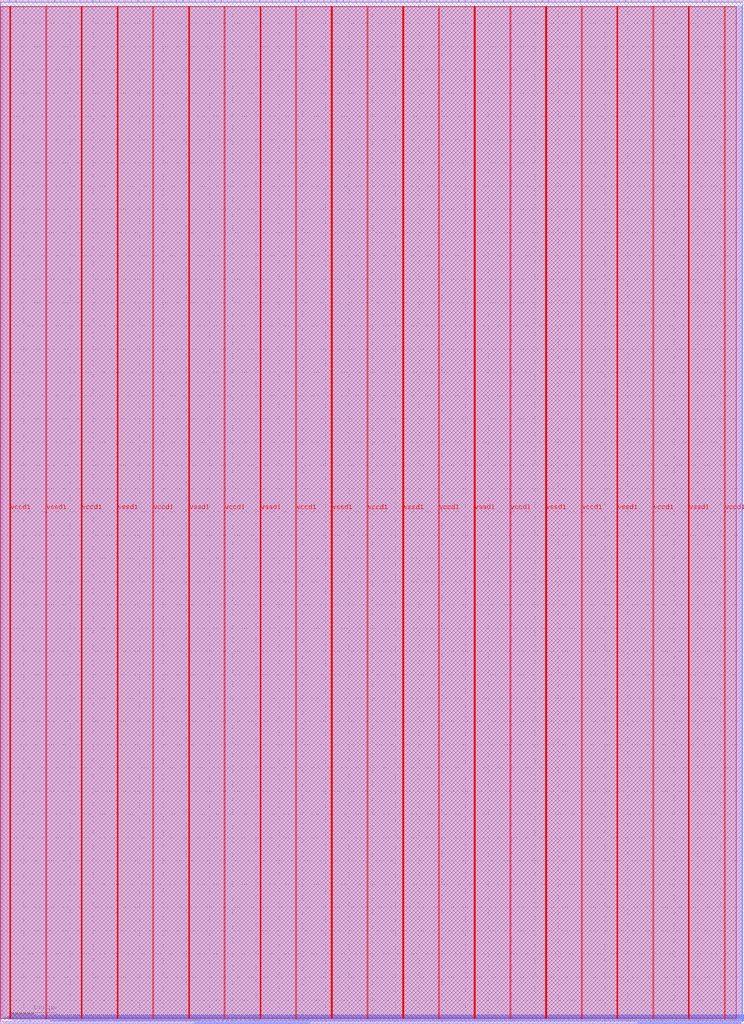
<source format=lef>
VERSION 5.7 ;
  NOWIREEXTENSIONATPIN ON ;
  DIVIDERCHAR "/" ;
  BUSBITCHARS "[]" ;
MACRO unigate
  CLASS BLOCK ;
  FOREIGN unigate ;
  ORIGIN 0.000 0.000 ;
  SIZE 1600.000 BY 2200.000 ;
  PIN io_in[0]
    DIRECTION INPUT ;
    USE SIGNAL ;
    PORT
      LAYER met2 ;
        RECT 19.870 2196.000 20.150 2200.000 ;
    END
  END io_in[0]
  PIN io_in[10]
    DIRECTION INPUT ;
    USE SIGNAL ;
    PORT
      LAYER met2 ;
        RECT 433.870 2196.000 434.150 2200.000 ;
    END
  END io_in[10]
  PIN io_in[11]
    DIRECTION INPUT ;
    USE SIGNAL ;
    PORT
      LAYER met2 ;
        RECT 475.270 2196.000 475.550 2200.000 ;
    END
  END io_in[11]
  PIN io_in[12]
    DIRECTION INPUT ;
    USE SIGNAL ;
    PORT
      LAYER met2 ;
        RECT 516.670 2196.000 516.950 2200.000 ;
    END
  END io_in[12]
  PIN io_in[13]
    DIRECTION INPUT ;
    USE SIGNAL ;
    PORT
      LAYER met2 ;
        RECT 558.070 2196.000 558.350 2200.000 ;
    END
  END io_in[13]
  PIN io_in[14]
    DIRECTION INPUT ;
    USE SIGNAL ;
    PORT
      LAYER met2 ;
        RECT 599.470 2196.000 599.750 2200.000 ;
    END
  END io_in[14]
  PIN io_in[15]
    DIRECTION INPUT ;
    USE SIGNAL ;
    PORT
      LAYER met2 ;
        RECT 640.870 2196.000 641.150 2200.000 ;
    END
  END io_in[15]
  PIN io_in[16]
    DIRECTION INPUT ;
    USE SIGNAL ;
    PORT
      LAYER met2 ;
        RECT 682.270 2196.000 682.550 2200.000 ;
    END
  END io_in[16]
  PIN io_in[17]
    DIRECTION INPUT ;
    USE SIGNAL ;
    PORT
      LAYER met2 ;
        RECT 723.670 2196.000 723.950 2200.000 ;
    END
  END io_in[17]
  PIN io_in[18]
    DIRECTION INPUT ;
    USE SIGNAL ;
    PORT
      LAYER met2 ;
        RECT 765.070 2196.000 765.350 2200.000 ;
    END
  END io_in[18]
  PIN io_in[19]
    DIRECTION INPUT ;
    USE SIGNAL ;
    PORT
      LAYER met2 ;
        RECT 806.470 2196.000 806.750 2200.000 ;
    END
  END io_in[19]
  PIN io_in[1]
    DIRECTION INPUT ;
    USE SIGNAL ;
    PORT
      LAYER met2 ;
        RECT 61.270 2196.000 61.550 2200.000 ;
    END
  END io_in[1]
  PIN io_in[20]
    DIRECTION INPUT ;
    USE SIGNAL ;
    PORT
      LAYER met2 ;
        RECT 847.870 2196.000 848.150 2200.000 ;
    END
  END io_in[20]
  PIN io_in[21]
    DIRECTION INPUT ;
    USE SIGNAL ;
    PORT
      LAYER met2 ;
        RECT 889.270 2196.000 889.550 2200.000 ;
    END
  END io_in[21]
  PIN io_in[22]
    DIRECTION INPUT ;
    USE SIGNAL ;
    PORT
      LAYER met2 ;
        RECT 930.670 2196.000 930.950 2200.000 ;
    END
  END io_in[22]
  PIN io_in[23]
    DIRECTION INPUT ;
    USE SIGNAL ;
    PORT
      LAYER met2 ;
        RECT 972.070 2196.000 972.350 2200.000 ;
    END
  END io_in[23]
  PIN io_in[24]
    DIRECTION INPUT ;
    USE SIGNAL ;
    PORT
      LAYER met2 ;
        RECT 1013.470 2196.000 1013.750 2200.000 ;
    END
  END io_in[24]
  PIN io_in[25]
    DIRECTION INPUT ;
    USE SIGNAL ;
    PORT
      LAYER met2 ;
        RECT 1054.870 2196.000 1055.150 2200.000 ;
    END
  END io_in[25]
  PIN io_in[26]
    DIRECTION INPUT ;
    USE SIGNAL ;
    PORT
      LAYER met2 ;
        RECT 1096.270 2196.000 1096.550 2200.000 ;
    END
  END io_in[26]
  PIN io_in[27]
    DIRECTION INPUT ;
    USE SIGNAL ;
    PORT
      LAYER met2 ;
        RECT 1137.670 2196.000 1137.950 2200.000 ;
    END
  END io_in[27]
  PIN io_in[28]
    DIRECTION INPUT ;
    USE SIGNAL ;
    PORT
      LAYER met2 ;
        RECT 1179.070 2196.000 1179.350 2200.000 ;
    END
  END io_in[28]
  PIN io_in[29]
    DIRECTION INPUT ;
    USE SIGNAL ;
    PORT
      LAYER met2 ;
        RECT 1220.470 2196.000 1220.750 2200.000 ;
    END
  END io_in[29]
  PIN io_in[2]
    DIRECTION INPUT ;
    USE SIGNAL ;
    PORT
      LAYER met2 ;
        RECT 102.670 2196.000 102.950 2200.000 ;
    END
  END io_in[2]
  PIN io_in[30]
    DIRECTION INPUT ;
    USE SIGNAL ;
    PORT
      LAYER met2 ;
        RECT 1261.870 2196.000 1262.150 2200.000 ;
    END
  END io_in[30]
  PIN io_in[31]
    DIRECTION INPUT ;
    USE SIGNAL ;
    PORT
      LAYER met2 ;
        RECT 1303.270 2196.000 1303.550 2200.000 ;
    END
  END io_in[31]
  PIN io_in[32]
    DIRECTION INPUT ;
    USE SIGNAL ;
    PORT
      LAYER met2 ;
        RECT 1344.670 2196.000 1344.950 2200.000 ;
    END
  END io_in[32]
  PIN io_in[33]
    DIRECTION INPUT ;
    USE SIGNAL ;
    PORT
      LAYER met2 ;
        RECT 1386.070 2196.000 1386.350 2200.000 ;
    END
  END io_in[33]
  PIN io_in[34]
    DIRECTION INPUT ;
    USE SIGNAL ;
    PORT
      LAYER met2 ;
        RECT 1427.470 2196.000 1427.750 2200.000 ;
    END
  END io_in[34]
  PIN io_in[35]
    DIRECTION INPUT ;
    USE SIGNAL ;
    PORT
      LAYER met2 ;
        RECT 1468.870 2196.000 1469.150 2200.000 ;
    END
  END io_in[35]
  PIN io_in[36]
    DIRECTION INPUT ;
    USE SIGNAL ;
    PORT
      LAYER met2 ;
        RECT 1510.270 2196.000 1510.550 2200.000 ;
    END
  END io_in[36]
  PIN io_in[37]
    DIRECTION INPUT ;
    USE SIGNAL ;
    PORT
      LAYER met2 ;
        RECT 1551.670 2196.000 1551.950 2200.000 ;
    END
  END io_in[37]
  PIN io_in[3]
    DIRECTION INPUT ;
    USE SIGNAL ;
    PORT
      LAYER met2 ;
        RECT 144.070 2196.000 144.350 2200.000 ;
    END
  END io_in[3]
  PIN io_in[4]
    DIRECTION INPUT ;
    USE SIGNAL ;
    PORT
      LAYER met2 ;
        RECT 185.470 2196.000 185.750 2200.000 ;
    END
  END io_in[4]
  PIN io_in[5]
    DIRECTION INPUT ;
    USE SIGNAL ;
    PORT
      LAYER met2 ;
        RECT 226.870 2196.000 227.150 2200.000 ;
    END
  END io_in[5]
  PIN io_in[6]
    DIRECTION INPUT ;
    USE SIGNAL ;
    PORT
      LAYER met2 ;
        RECT 268.270 2196.000 268.550 2200.000 ;
    END
  END io_in[6]
  PIN io_in[7]
    DIRECTION INPUT ;
    USE SIGNAL ;
    PORT
      LAYER met2 ;
        RECT 309.670 2196.000 309.950 2200.000 ;
    END
  END io_in[7]
  PIN io_in[8]
    DIRECTION INPUT ;
    USE SIGNAL ;
    PORT
      LAYER met2 ;
        RECT 351.070 2196.000 351.350 2200.000 ;
    END
  END io_in[8]
  PIN io_in[9]
    DIRECTION INPUT ;
    USE SIGNAL ;
    PORT
      LAYER met2 ;
        RECT 392.470 2196.000 392.750 2200.000 ;
    END
  END io_in[9]
  PIN io_oeb[0]
    DIRECTION OUTPUT TRISTATE ;
    USE SIGNAL ;
    PORT
      LAYER met2 ;
        RECT 33.670 2196.000 33.950 2200.000 ;
    END
  END io_oeb[0]
  PIN io_oeb[10]
    DIRECTION OUTPUT TRISTATE ;
    USE SIGNAL ;
    PORT
      LAYER met2 ;
        RECT 447.670 2196.000 447.950 2200.000 ;
    END
  END io_oeb[10]
  PIN io_oeb[11]
    DIRECTION OUTPUT TRISTATE ;
    USE SIGNAL ;
    PORT
      LAYER met2 ;
        RECT 489.070 2196.000 489.350 2200.000 ;
    END
  END io_oeb[11]
  PIN io_oeb[12]
    DIRECTION OUTPUT TRISTATE ;
    USE SIGNAL ;
    PORT
      LAYER met2 ;
        RECT 530.470 2196.000 530.750 2200.000 ;
    END
  END io_oeb[12]
  PIN io_oeb[13]
    DIRECTION OUTPUT TRISTATE ;
    USE SIGNAL ;
    PORT
      LAYER met2 ;
        RECT 571.870 2196.000 572.150 2200.000 ;
    END
  END io_oeb[13]
  PIN io_oeb[14]
    DIRECTION OUTPUT TRISTATE ;
    USE SIGNAL ;
    PORT
      LAYER met2 ;
        RECT 613.270 2196.000 613.550 2200.000 ;
    END
  END io_oeb[14]
  PIN io_oeb[15]
    DIRECTION OUTPUT TRISTATE ;
    USE SIGNAL ;
    PORT
      LAYER met2 ;
        RECT 654.670 2196.000 654.950 2200.000 ;
    END
  END io_oeb[15]
  PIN io_oeb[16]
    DIRECTION OUTPUT TRISTATE ;
    USE SIGNAL ;
    PORT
      LAYER met2 ;
        RECT 696.070 2196.000 696.350 2200.000 ;
    END
  END io_oeb[16]
  PIN io_oeb[17]
    DIRECTION OUTPUT TRISTATE ;
    USE SIGNAL ;
    PORT
      LAYER met2 ;
        RECT 737.470 2196.000 737.750 2200.000 ;
    END
  END io_oeb[17]
  PIN io_oeb[18]
    DIRECTION OUTPUT TRISTATE ;
    USE SIGNAL ;
    PORT
      LAYER met2 ;
        RECT 778.870 2196.000 779.150 2200.000 ;
    END
  END io_oeb[18]
  PIN io_oeb[19]
    DIRECTION OUTPUT TRISTATE ;
    USE SIGNAL ;
    PORT
      LAYER met2 ;
        RECT 820.270 2196.000 820.550 2200.000 ;
    END
  END io_oeb[19]
  PIN io_oeb[1]
    DIRECTION OUTPUT TRISTATE ;
    USE SIGNAL ;
    PORT
      LAYER met2 ;
        RECT 75.070 2196.000 75.350 2200.000 ;
    END
  END io_oeb[1]
  PIN io_oeb[20]
    DIRECTION OUTPUT TRISTATE ;
    USE SIGNAL ;
    PORT
      LAYER met2 ;
        RECT 861.670 2196.000 861.950 2200.000 ;
    END
  END io_oeb[20]
  PIN io_oeb[21]
    DIRECTION OUTPUT TRISTATE ;
    USE SIGNAL ;
    PORT
      LAYER met2 ;
        RECT 903.070 2196.000 903.350 2200.000 ;
    END
  END io_oeb[21]
  PIN io_oeb[22]
    DIRECTION OUTPUT TRISTATE ;
    USE SIGNAL ;
    PORT
      LAYER met2 ;
        RECT 944.470 2196.000 944.750 2200.000 ;
    END
  END io_oeb[22]
  PIN io_oeb[23]
    DIRECTION OUTPUT TRISTATE ;
    USE SIGNAL ;
    PORT
      LAYER met2 ;
        RECT 985.870 2196.000 986.150 2200.000 ;
    END
  END io_oeb[23]
  PIN io_oeb[24]
    DIRECTION OUTPUT TRISTATE ;
    USE SIGNAL ;
    PORT
      LAYER met2 ;
        RECT 1027.270 2196.000 1027.550 2200.000 ;
    END
  END io_oeb[24]
  PIN io_oeb[25]
    DIRECTION OUTPUT TRISTATE ;
    USE SIGNAL ;
    PORT
      LAYER met2 ;
        RECT 1068.670 2196.000 1068.950 2200.000 ;
    END
  END io_oeb[25]
  PIN io_oeb[26]
    DIRECTION OUTPUT TRISTATE ;
    USE SIGNAL ;
    PORT
      LAYER met2 ;
        RECT 1110.070 2196.000 1110.350 2200.000 ;
    END
  END io_oeb[26]
  PIN io_oeb[27]
    DIRECTION OUTPUT TRISTATE ;
    USE SIGNAL ;
    PORT
      LAYER met2 ;
        RECT 1151.470 2196.000 1151.750 2200.000 ;
    END
  END io_oeb[27]
  PIN io_oeb[28]
    DIRECTION OUTPUT TRISTATE ;
    USE SIGNAL ;
    PORT
      LAYER met2 ;
        RECT 1192.870 2196.000 1193.150 2200.000 ;
    END
  END io_oeb[28]
  PIN io_oeb[29]
    DIRECTION OUTPUT TRISTATE ;
    USE SIGNAL ;
    PORT
      LAYER met2 ;
        RECT 1234.270 2196.000 1234.550 2200.000 ;
    END
  END io_oeb[29]
  PIN io_oeb[2]
    DIRECTION OUTPUT TRISTATE ;
    USE SIGNAL ;
    PORT
      LAYER met2 ;
        RECT 116.470 2196.000 116.750 2200.000 ;
    END
  END io_oeb[2]
  PIN io_oeb[30]
    DIRECTION OUTPUT TRISTATE ;
    USE SIGNAL ;
    PORT
      LAYER met2 ;
        RECT 1275.670 2196.000 1275.950 2200.000 ;
    END
  END io_oeb[30]
  PIN io_oeb[31]
    DIRECTION OUTPUT TRISTATE ;
    USE SIGNAL ;
    PORT
      LAYER met2 ;
        RECT 1317.070 2196.000 1317.350 2200.000 ;
    END
  END io_oeb[31]
  PIN io_oeb[32]
    DIRECTION OUTPUT TRISTATE ;
    USE SIGNAL ;
    PORT
      LAYER met2 ;
        RECT 1358.470 2196.000 1358.750 2200.000 ;
    END
  END io_oeb[32]
  PIN io_oeb[33]
    DIRECTION OUTPUT TRISTATE ;
    USE SIGNAL ;
    PORT
      LAYER met2 ;
        RECT 1399.870 2196.000 1400.150 2200.000 ;
    END
  END io_oeb[33]
  PIN io_oeb[34]
    DIRECTION OUTPUT TRISTATE ;
    USE SIGNAL ;
    PORT
      LAYER met2 ;
        RECT 1441.270 2196.000 1441.550 2200.000 ;
    END
  END io_oeb[34]
  PIN io_oeb[35]
    DIRECTION OUTPUT TRISTATE ;
    USE SIGNAL ;
    PORT
      LAYER met2 ;
        RECT 1482.670 2196.000 1482.950 2200.000 ;
    END
  END io_oeb[35]
  PIN io_oeb[36]
    DIRECTION OUTPUT TRISTATE ;
    USE SIGNAL ;
    PORT
      LAYER met2 ;
        RECT 1524.070 2196.000 1524.350 2200.000 ;
    END
  END io_oeb[36]
  PIN io_oeb[37]
    DIRECTION OUTPUT TRISTATE ;
    USE SIGNAL ;
    PORT
      LAYER met2 ;
        RECT 1565.470 2196.000 1565.750 2200.000 ;
    END
  END io_oeb[37]
  PIN io_oeb[3]
    DIRECTION OUTPUT TRISTATE ;
    USE SIGNAL ;
    PORT
      LAYER met2 ;
        RECT 157.870 2196.000 158.150 2200.000 ;
    END
  END io_oeb[3]
  PIN io_oeb[4]
    DIRECTION OUTPUT TRISTATE ;
    USE SIGNAL ;
    PORT
      LAYER met2 ;
        RECT 199.270 2196.000 199.550 2200.000 ;
    END
  END io_oeb[4]
  PIN io_oeb[5]
    DIRECTION OUTPUT TRISTATE ;
    USE SIGNAL ;
    PORT
      LAYER met2 ;
        RECT 240.670 2196.000 240.950 2200.000 ;
    END
  END io_oeb[5]
  PIN io_oeb[6]
    DIRECTION OUTPUT TRISTATE ;
    USE SIGNAL ;
    PORT
      LAYER met2 ;
        RECT 282.070 2196.000 282.350 2200.000 ;
    END
  END io_oeb[6]
  PIN io_oeb[7]
    DIRECTION OUTPUT TRISTATE ;
    USE SIGNAL ;
    PORT
      LAYER met2 ;
        RECT 323.470 2196.000 323.750 2200.000 ;
    END
  END io_oeb[7]
  PIN io_oeb[8]
    DIRECTION OUTPUT TRISTATE ;
    USE SIGNAL ;
    PORT
      LAYER met2 ;
        RECT 364.870 2196.000 365.150 2200.000 ;
    END
  END io_oeb[8]
  PIN io_oeb[9]
    DIRECTION OUTPUT TRISTATE ;
    USE SIGNAL ;
    PORT
      LAYER met2 ;
        RECT 406.270 2196.000 406.550 2200.000 ;
    END
  END io_oeb[9]
  PIN io_out[0]
    DIRECTION OUTPUT TRISTATE ;
    USE SIGNAL ;
    PORT
      LAYER met2 ;
        RECT 47.470 2196.000 47.750 2200.000 ;
    END
  END io_out[0]
  PIN io_out[10]
    DIRECTION OUTPUT TRISTATE ;
    USE SIGNAL ;
    PORT
      LAYER met2 ;
        RECT 461.470 2196.000 461.750 2200.000 ;
    END
  END io_out[10]
  PIN io_out[11]
    DIRECTION OUTPUT TRISTATE ;
    USE SIGNAL ;
    PORT
      LAYER met2 ;
        RECT 502.870 2196.000 503.150 2200.000 ;
    END
  END io_out[11]
  PIN io_out[12]
    DIRECTION OUTPUT TRISTATE ;
    USE SIGNAL ;
    PORT
      LAYER met2 ;
        RECT 544.270 2196.000 544.550 2200.000 ;
    END
  END io_out[12]
  PIN io_out[13]
    DIRECTION OUTPUT TRISTATE ;
    USE SIGNAL ;
    PORT
      LAYER met2 ;
        RECT 585.670 2196.000 585.950 2200.000 ;
    END
  END io_out[13]
  PIN io_out[14]
    DIRECTION OUTPUT TRISTATE ;
    USE SIGNAL ;
    PORT
      LAYER met2 ;
        RECT 627.070 2196.000 627.350 2200.000 ;
    END
  END io_out[14]
  PIN io_out[15]
    DIRECTION OUTPUT TRISTATE ;
    USE SIGNAL ;
    PORT
      LAYER met2 ;
        RECT 668.470 2196.000 668.750 2200.000 ;
    END
  END io_out[15]
  PIN io_out[16]
    DIRECTION OUTPUT TRISTATE ;
    USE SIGNAL ;
    PORT
      LAYER met2 ;
        RECT 709.870 2196.000 710.150 2200.000 ;
    END
  END io_out[16]
  PIN io_out[17]
    DIRECTION OUTPUT TRISTATE ;
    USE SIGNAL ;
    PORT
      LAYER met2 ;
        RECT 751.270 2196.000 751.550 2200.000 ;
    END
  END io_out[17]
  PIN io_out[18]
    DIRECTION OUTPUT TRISTATE ;
    USE SIGNAL ;
    PORT
      LAYER met2 ;
        RECT 792.670 2196.000 792.950 2200.000 ;
    END
  END io_out[18]
  PIN io_out[19]
    DIRECTION OUTPUT TRISTATE ;
    USE SIGNAL ;
    PORT
      LAYER met2 ;
        RECT 834.070 2196.000 834.350 2200.000 ;
    END
  END io_out[19]
  PIN io_out[1]
    DIRECTION OUTPUT TRISTATE ;
    USE SIGNAL ;
    PORT
      LAYER met2 ;
        RECT 88.870 2196.000 89.150 2200.000 ;
    END
  END io_out[1]
  PIN io_out[20]
    DIRECTION OUTPUT TRISTATE ;
    USE SIGNAL ;
    PORT
      LAYER met2 ;
        RECT 875.470 2196.000 875.750 2200.000 ;
    END
  END io_out[20]
  PIN io_out[21]
    DIRECTION OUTPUT TRISTATE ;
    USE SIGNAL ;
    PORT
      LAYER met2 ;
        RECT 916.870 2196.000 917.150 2200.000 ;
    END
  END io_out[21]
  PIN io_out[22]
    DIRECTION OUTPUT TRISTATE ;
    USE SIGNAL ;
    PORT
      LAYER met2 ;
        RECT 958.270 2196.000 958.550 2200.000 ;
    END
  END io_out[22]
  PIN io_out[23]
    DIRECTION OUTPUT TRISTATE ;
    USE SIGNAL ;
    PORT
      LAYER met2 ;
        RECT 999.670 2196.000 999.950 2200.000 ;
    END
  END io_out[23]
  PIN io_out[24]
    DIRECTION OUTPUT TRISTATE ;
    USE SIGNAL ;
    PORT
      LAYER met2 ;
        RECT 1041.070 2196.000 1041.350 2200.000 ;
    END
  END io_out[24]
  PIN io_out[25]
    DIRECTION OUTPUT TRISTATE ;
    USE SIGNAL ;
    PORT
      LAYER met2 ;
        RECT 1082.470 2196.000 1082.750 2200.000 ;
    END
  END io_out[25]
  PIN io_out[26]
    DIRECTION OUTPUT TRISTATE ;
    USE SIGNAL ;
    PORT
      LAYER met2 ;
        RECT 1123.870 2196.000 1124.150 2200.000 ;
    END
  END io_out[26]
  PIN io_out[27]
    DIRECTION OUTPUT TRISTATE ;
    USE SIGNAL ;
    PORT
      LAYER met2 ;
        RECT 1165.270 2196.000 1165.550 2200.000 ;
    END
  END io_out[27]
  PIN io_out[28]
    DIRECTION OUTPUT TRISTATE ;
    USE SIGNAL ;
    PORT
      LAYER met2 ;
        RECT 1206.670 2196.000 1206.950 2200.000 ;
    END
  END io_out[28]
  PIN io_out[29]
    DIRECTION OUTPUT TRISTATE ;
    USE SIGNAL ;
    PORT
      LAYER met2 ;
        RECT 1248.070 2196.000 1248.350 2200.000 ;
    END
  END io_out[29]
  PIN io_out[2]
    DIRECTION OUTPUT TRISTATE ;
    USE SIGNAL ;
    PORT
      LAYER met2 ;
        RECT 130.270 2196.000 130.550 2200.000 ;
    END
  END io_out[2]
  PIN io_out[30]
    DIRECTION OUTPUT TRISTATE ;
    USE SIGNAL ;
    PORT
      LAYER met2 ;
        RECT 1289.470 2196.000 1289.750 2200.000 ;
    END
  END io_out[30]
  PIN io_out[31]
    DIRECTION OUTPUT TRISTATE ;
    USE SIGNAL ;
    PORT
      LAYER met2 ;
        RECT 1330.870 2196.000 1331.150 2200.000 ;
    END
  END io_out[31]
  PIN io_out[32]
    DIRECTION OUTPUT TRISTATE ;
    USE SIGNAL ;
    PORT
      LAYER met2 ;
        RECT 1372.270 2196.000 1372.550 2200.000 ;
    END
  END io_out[32]
  PIN io_out[33]
    DIRECTION OUTPUT TRISTATE ;
    USE SIGNAL ;
    PORT
      LAYER met2 ;
        RECT 1413.670 2196.000 1413.950 2200.000 ;
    END
  END io_out[33]
  PIN io_out[34]
    DIRECTION OUTPUT TRISTATE ;
    USE SIGNAL ;
    PORT
      LAYER met2 ;
        RECT 1455.070 2196.000 1455.350 2200.000 ;
    END
  END io_out[34]
  PIN io_out[35]
    DIRECTION OUTPUT TRISTATE ;
    USE SIGNAL ;
    PORT
      LAYER met2 ;
        RECT 1496.470 2196.000 1496.750 2200.000 ;
    END
  END io_out[35]
  PIN io_out[36]
    DIRECTION OUTPUT TRISTATE ;
    USE SIGNAL ;
    PORT
      LAYER met2 ;
        RECT 1537.870 2196.000 1538.150 2200.000 ;
    END
  END io_out[36]
  PIN io_out[37]
    DIRECTION OUTPUT TRISTATE ;
    USE SIGNAL ;
    PORT
      LAYER met2 ;
        RECT 1579.270 2196.000 1579.550 2200.000 ;
    END
  END io_out[37]
  PIN io_out[3]
    DIRECTION OUTPUT TRISTATE ;
    USE SIGNAL ;
    PORT
      LAYER met2 ;
        RECT 171.670 2196.000 171.950 2200.000 ;
    END
  END io_out[3]
  PIN io_out[4]
    DIRECTION OUTPUT TRISTATE ;
    USE SIGNAL ;
    PORT
      LAYER met2 ;
        RECT 213.070 2196.000 213.350 2200.000 ;
    END
  END io_out[4]
  PIN io_out[5]
    DIRECTION OUTPUT TRISTATE ;
    USE SIGNAL ;
    PORT
      LAYER met2 ;
        RECT 254.470 2196.000 254.750 2200.000 ;
    END
  END io_out[5]
  PIN io_out[6]
    DIRECTION OUTPUT TRISTATE ;
    USE SIGNAL ;
    PORT
      LAYER met2 ;
        RECT 295.870 2196.000 296.150 2200.000 ;
    END
  END io_out[6]
  PIN io_out[7]
    DIRECTION OUTPUT TRISTATE ;
    USE SIGNAL ;
    PORT
      LAYER met2 ;
        RECT 337.270 2196.000 337.550 2200.000 ;
    END
  END io_out[7]
  PIN io_out[8]
    DIRECTION OUTPUT TRISTATE ;
    USE SIGNAL ;
    PORT
      LAYER met2 ;
        RECT 378.670 2196.000 378.950 2200.000 ;
    END
  END io_out[8]
  PIN io_out[9]
    DIRECTION OUTPUT TRISTATE ;
    USE SIGNAL ;
    PORT
      LAYER met2 ;
        RECT 420.070 2196.000 420.350 2200.000 ;
    END
  END io_out[9]
  PIN irq[0]
    DIRECTION OUTPUT TRISTATE ;
    USE SIGNAL ;
    PORT
      LAYER met2 ;
        RECT 1585.250 0.000 1585.530 4.000 ;
    END
  END irq[0]
  PIN irq[1]
    DIRECTION OUTPUT TRISTATE ;
    USE SIGNAL ;
    PORT
      LAYER met2 ;
        RECT 1588.470 0.000 1588.750 4.000 ;
    END
  END irq[1]
  PIN irq[2]
    DIRECTION OUTPUT TRISTATE ;
    USE SIGNAL ;
    PORT
      LAYER met2 ;
        RECT 1591.690 0.000 1591.970 4.000 ;
    END
  END irq[2]
  PIN la_data_in[0]
    DIRECTION INPUT ;
    USE SIGNAL ;
    PORT
      LAYER met2 ;
        RECT 348.770 0.000 349.050 4.000 ;
    END
  END la_data_in[0]
  PIN la_data_in[100]
    DIRECTION INPUT ;
    USE SIGNAL ;
    PORT
      LAYER met2 ;
        RECT 1314.770 0.000 1315.050 4.000 ;
    END
  END la_data_in[100]
  PIN la_data_in[101]
    DIRECTION INPUT ;
    USE SIGNAL ;
    PORT
      LAYER met2 ;
        RECT 1324.430 0.000 1324.710 4.000 ;
    END
  END la_data_in[101]
  PIN la_data_in[102]
    DIRECTION INPUT ;
    USE SIGNAL ;
    PORT
      LAYER met2 ;
        RECT 1334.090 0.000 1334.370 4.000 ;
    END
  END la_data_in[102]
  PIN la_data_in[103]
    DIRECTION INPUT ;
    USE SIGNAL ;
    PORT
      LAYER met2 ;
        RECT 1343.750 0.000 1344.030 4.000 ;
    END
  END la_data_in[103]
  PIN la_data_in[104]
    DIRECTION INPUT ;
    USE SIGNAL ;
    PORT
      LAYER met2 ;
        RECT 1353.410 0.000 1353.690 4.000 ;
    END
  END la_data_in[104]
  PIN la_data_in[105]
    DIRECTION INPUT ;
    USE SIGNAL ;
    PORT
      LAYER met2 ;
        RECT 1363.070 0.000 1363.350 4.000 ;
    END
  END la_data_in[105]
  PIN la_data_in[106]
    DIRECTION INPUT ;
    USE SIGNAL ;
    PORT
      LAYER met2 ;
        RECT 1372.730 0.000 1373.010 4.000 ;
    END
  END la_data_in[106]
  PIN la_data_in[107]
    DIRECTION INPUT ;
    USE SIGNAL ;
    PORT
      LAYER met2 ;
        RECT 1382.390 0.000 1382.670 4.000 ;
    END
  END la_data_in[107]
  PIN la_data_in[108]
    DIRECTION INPUT ;
    USE SIGNAL ;
    PORT
      LAYER met2 ;
        RECT 1392.050 0.000 1392.330 4.000 ;
    END
  END la_data_in[108]
  PIN la_data_in[109]
    DIRECTION INPUT ;
    USE SIGNAL ;
    PORT
      LAYER met2 ;
        RECT 1401.710 0.000 1401.990 4.000 ;
    END
  END la_data_in[109]
  PIN la_data_in[10]
    DIRECTION INPUT ;
    USE SIGNAL ;
    PORT
      LAYER met2 ;
        RECT 445.370 0.000 445.650 4.000 ;
    END
  END la_data_in[10]
  PIN la_data_in[110]
    DIRECTION INPUT ;
    USE SIGNAL ;
    PORT
      LAYER met2 ;
        RECT 1411.370 0.000 1411.650 4.000 ;
    END
  END la_data_in[110]
  PIN la_data_in[111]
    DIRECTION INPUT ;
    USE SIGNAL ;
    PORT
      LAYER met2 ;
        RECT 1421.030 0.000 1421.310 4.000 ;
    END
  END la_data_in[111]
  PIN la_data_in[112]
    DIRECTION INPUT ;
    USE SIGNAL ;
    PORT
      LAYER met2 ;
        RECT 1430.690 0.000 1430.970 4.000 ;
    END
  END la_data_in[112]
  PIN la_data_in[113]
    DIRECTION INPUT ;
    USE SIGNAL ;
    PORT
      LAYER met2 ;
        RECT 1440.350 0.000 1440.630 4.000 ;
    END
  END la_data_in[113]
  PIN la_data_in[114]
    DIRECTION INPUT ;
    USE SIGNAL ;
    PORT
      LAYER met2 ;
        RECT 1450.010 0.000 1450.290 4.000 ;
    END
  END la_data_in[114]
  PIN la_data_in[115]
    DIRECTION INPUT ;
    USE SIGNAL ;
    PORT
      LAYER met2 ;
        RECT 1459.670 0.000 1459.950 4.000 ;
    END
  END la_data_in[115]
  PIN la_data_in[116]
    DIRECTION INPUT ;
    USE SIGNAL ;
    PORT
      LAYER met2 ;
        RECT 1469.330 0.000 1469.610 4.000 ;
    END
  END la_data_in[116]
  PIN la_data_in[117]
    DIRECTION INPUT ;
    USE SIGNAL ;
    PORT
      LAYER met2 ;
        RECT 1478.990 0.000 1479.270 4.000 ;
    END
  END la_data_in[117]
  PIN la_data_in[118]
    DIRECTION INPUT ;
    USE SIGNAL ;
    PORT
      LAYER met2 ;
        RECT 1488.650 0.000 1488.930 4.000 ;
    END
  END la_data_in[118]
  PIN la_data_in[119]
    DIRECTION INPUT ;
    USE SIGNAL ;
    PORT
      LAYER met2 ;
        RECT 1498.310 0.000 1498.590 4.000 ;
    END
  END la_data_in[119]
  PIN la_data_in[11]
    DIRECTION INPUT ;
    USE SIGNAL ;
    PORT
      LAYER met2 ;
        RECT 455.030 0.000 455.310 4.000 ;
    END
  END la_data_in[11]
  PIN la_data_in[120]
    DIRECTION INPUT ;
    USE SIGNAL ;
    PORT
      LAYER met2 ;
        RECT 1507.970 0.000 1508.250 4.000 ;
    END
  END la_data_in[120]
  PIN la_data_in[121]
    DIRECTION INPUT ;
    USE SIGNAL ;
    PORT
      LAYER met2 ;
        RECT 1517.630 0.000 1517.910 4.000 ;
    END
  END la_data_in[121]
  PIN la_data_in[122]
    DIRECTION INPUT ;
    USE SIGNAL ;
    PORT
      LAYER met2 ;
        RECT 1527.290 0.000 1527.570 4.000 ;
    END
  END la_data_in[122]
  PIN la_data_in[123]
    DIRECTION INPUT ;
    USE SIGNAL ;
    PORT
      LAYER met2 ;
        RECT 1536.950 0.000 1537.230 4.000 ;
    END
  END la_data_in[123]
  PIN la_data_in[124]
    DIRECTION INPUT ;
    USE SIGNAL ;
    PORT
      LAYER met2 ;
        RECT 1546.610 0.000 1546.890 4.000 ;
    END
  END la_data_in[124]
  PIN la_data_in[125]
    DIRECTION INPUT ;
    USE SIGNAL ;
    PORT
      LAYER met2 ;
        RECT 1556.270 0.000 1556.550 4.000 ;
    END
  END la_data_in[125]
  PIN la_data_in[126]
    DIRECTION INPUT ;
    USE SIGNAL ;
    PORT
      LAYER met2 ;
        RECT 1565.930 0.000 1566.210 4.000 ;
    END
  END la_data_in[126]
  PIN la_data_in[127]
    DIRECTION INPUT ;
    USE SIGNAL ;
    PORT
      LAYER met2 ;
        RECT 1575.590 0.000 1575.870 4.000 ;
    END
  END la_data_in[127]
  PIN la_data_in[12]
    DIRECTION INPUT ;
    USE SIGNAL ;
    PORT
      LAYER met2 ;
        RECT 464.690 0.000 464.970 4.000 ;
    END
  END la_data_in[12]
  PIN la_data_in[13]
    DIRECTION INPUT ;
    USE SIGNAL ;
    PORT
      LAYER met2 ;
        RECT 474.350 0.000 474.630 4.000 ;
    END
  END la_data_in[13]
  PIN la_data_in[14]
    DIRECTION INPUT ;
    USE SIGNAL ;
    PORT
      LAYER met2 ;
        RECT 484.010 0.000 484.290 4.000 ;
    END
  END la_data_in[14]
  PIN la_data_in[15]
    DIRECTION INPUT ;
    USE SIGNAL ;
    PORT
      LAYER met2 ;
        RECT 493.670 0.000 493.950 4.000 ;
    END
  END la_data_in[15]
  PIN la_data_in[16]
    DIRECTION INPUT ;
    USE SIGNAL ;
    PORT
      LAYER met2 ;
        RECT 503.330 0.000 503.610 4.000 ;
    END
  END la_data_in[16]
  PIN la_data_in[17]
    DIRECTION INPUT ;
    USE SIGNAL ;
    PORT
      LAYER met2 ;
        RECT 512.990 0.000 513.270 4.000 ;
    END
  END la_data_in[17]
  PIN la_data_in[18]
    DIRECTION INPUT ;
    USE SIGNAL ;
    PORT
      LAYER met2 ;
        RECT 522.650 0.000 522.930 4.000 ;
    END
  END la_data_in[18]
  PIN la_data_in[19]
    DIRECTION INPUT ;
    USE SIGNAL ;
    PORT
      LAYER met2 ;
        RECT 532.310 0.000 532.590 4.000 ;
    END
  END la_data_in[19]
  PIN la_data_in[1]
    DIRECTION INPUT ;
    USE SIGNAL ;
    PORT
      LAYER met2 ;
        RECT 358.430 0.000 358.710 4.000 ;
    END
  END la_data_in[1]
  PIN la_data_in[20]
    DIRECTION INPUT ;
    USE SIGNAL ;
    PORT
      LAYER met2 ;
        RECT 541.970 0.000 542.250 4.000 ;
    END
  END la_data_in[20]
  PIN la_data_in[21]
    DIRECTION INPUT ;
    USE SIGNAL ;
    PORT
      LAYER met2 ;
        RECT 551.630 0.000 551.910 4.000 ;
    END
  END la_data_in[21]
  PIN la_data_in[22]
    DIRECTION INPUT ;
    USE SIGNAL ;
    PORT
      LAYER met2 ;
        RECT 561.290 0.000 561.570 4.000 ;
    END
  END la_data_in[22]
  PIN la_data_in[23]
    DIRECTION INPUT ;
    USE SIGNAL ;
    PORT
      LAYER met2 ;
        RECT 570.950 0.000 571.230 4.000 ;
    END
  END la_data_in[23]
  PIN la_data_in[24]
    DIRECTION INPUT ;
    USE SIGNAL ;
    PORT
      LAYER met2 ;
        RECT 580.610 0.000 580.890 4.000 ;
    END
  END la_data_in[24]
  PIN la_data_in[25]
    DIRECTION INPUT ;
    USE SIGNAL ;
    PORT
      LAYER met2 ;
        RECT 590.270 0.000 590.550 4.000 ;
    END
  END la_data_in[25]
  PIN la_data_in[26]
    DIRECTION INPUT ;
    USE SIGNAL ;
    PORT
      LAYER met2 ;
        RECT 599.930 0.000 600.210 4.000 ;
    END
  END la_data_in[26]
  PIN la_data_in[27]
    DIRECTION INPUT ;
    USE SIGNAL ;
    PORT
      LAYER met2 ;
        RECT 609.590 0.000 609.870 4.000 ;
    END
  END la_data_in[27]
  PIN la_data_in[28]
    DIRECTION INPUT ;
    USE SIGNAL ;
    PORT
      LAYER met2 ;
        RECT 619.250 0.000 619.530 4.000 ;
    END
  END la_data_in[28]
  PIN la_data_in[29]
    DIRECTION INPUT ;
    USE SIGNAL ;
    PORT
      LAYER met2 ;
        RECT 628.910 0.000 629.190 4.000 ;
    END
  END la_data_in[29]
  PIN la_data_in[2]
    DIRECTION INPUT ;
    USE SIGNAL ;
    PORT
      LAYER met2 ;
        RECT 368.090 0.000 368.370 4.000 ;
    END
  END la_data_in[2]
  PIN la_data_in[30]
    DIRECTION INPUT ;
    USE SIGNAL ;
    PORT
      LAYER met2 ;
        RECT 638.570 0.000 638.850 4.000 ;
    END
  END la_data_in[30]
  PIN la_data_in[31]
    DIRECTION INPUT ;
    USE SIGNAL ;
    PORT
      LAYER met2 ;
        RECT 648.230 0.000 648.510 4.000 ;
    END
  END la_data_in[31]
  PIN la_data_in[32]
    DIRECTION INPUT ;
    USE SIGNAL ;
    PORT
      LAYER met2 ;
        RECT 657.890 0.000 658.170 4.000 ;
    END
  END la_data_in[32]
  PIN la_data_in[33]
    DIRECTION INPUT ;
    USE SIGNAL ;
    PORT
      LAYER met2 ;
        RECT 667.550 0.000 667.830 4.000 ;
    END
  END la_data_in[33]
  PIN la_data_in[34]
    DIRECTION INPUT ;
    USE SIGNAL ;
    PORT
      LAYER met2 ;
        RECT 677.210 0.000 677.490 4.000 ;
    END
  END la_data_in[34]
  PIN la_data_in[35]
    DIRECTION INPUT ;
    USE SIGNAL ;
    PORT
      LAYER met2 ;
        RECT 686.870 0.000 687.150 4.000 ;
    END
  END la_data_in[35]
  PIN la_data_in[36]
    DIRECTION INPUT ;
    USE SIGNAL ;
    PORT
      LAYER met2 ;
        RECT 696.530 0.000 696.810 4.000 ;
    END
  END la_data_in[36]
  PIN la_data_in[37]
    DIRECTION INPUT ;
    USE SIGNAL ;
    PORT
      LAYER met2 ;
        RECT 706.190 0.000 706.470 4.000 ;
    END
  END la_data_in[37]
  PIN la_data_in[38]
    DIRECTION INPUT ;
    USE SIGNAL ;
    PORT
      LAYER met2 ;
        RECT 715.850 0.000 716.130 4.000 ;
    END
  END la_data_in[38]
  PIN la_data_in[39]
    DIRECTION INPUT ;
    USE SIGNAL ;
    PORT
      LAYER met2 ;
        RECT 725.510 0.000 725.790 4.000 ;
    END
  END la_data_in[39]
  PIN la_data_in[3]
    DIRECTION INPUT ;
    USE SIGNAL ;
    PORT
      LAYER met2 ;
        RECT 377.750 0.000 378.030 4.000 ;
    END
  END la_data_in[3]
  PIN la_data_in[40]
    DIRECTION INPUT ;
    USE SIGNAL ;
    PORT
      LAYER met2 ;
        RECT 735.170 0.000 735.450 4.000 ;
    END
  END la_data_in[40]
  PIN la_data_in[41]
    DIRECTION INPUT ;
    USE SIGNAL ;
    PORT
      LAYER met2 ;
        RECT 744.830 0.000 745.110 4.000 ;
    END
  END la_data_in[41]
  PIN la_data_in[42]
    DIRECTION INPUT ;
    USE SIGNAL ;
    PORT
      LAYER met2 ;
        RECT 754.490 0.000 754.770 4.000 ;
    END
  END la_data_in[42]
  PIN la_data_in[43]
    DIRECTION INPUT ;
    USE SIGNAL ;
    PORT
      LAYER met2 ;
        RECT 764.150 0.000 764.430 4.000 ;
    END
  END la_data_in[43]
  PIN la_data_in[44]
    DIRECTION INPUT ;
    USE SIGNAL ;
    PORT
      LAYER met2 ;
        RECT 773.810 0.000 774.090 4.000 ;
    END
  END la_data_in[44]
  PIN la_data_in[45]
    DIRECTION INPUT ;
    USE SIGNAL ;
    PORT
      LAYER met2 ;
        RECT 783.470 0.000 783.750 4.000 ;
    END
  END la_data_in[45]
  PIN la_data_in[46]
    DIRECTION INPUT ;
    USE SIGNAL ;
    PORT
      LAYER met2 ;
        RECT 793.130 0.000 793.410 4.000 ;
    END
  END la_data_in[46]
  PIN la_data_in[47]
    DIRECTION INPUT ;
    USE SIGNAL ;
    PORT
      LAYER met2 ;
        RECT 802.790 0.000 803.070 4.000 ;
    END
  END la_data_in[47]
  PIN la_data_in[48]
    DIRECTION INPUT ;
    USE SIGNAL ;
    PORT
      LAYER met2 ;
        RECT 812.450 0.000 812.730 4.000 ;
    END
  END la_data_in[48]
  PIN la_data_in[49]
    DIRECTION INPUT ;
    USE SIGNAL ;
    PORT
      LAYER met2 ;
        RECT 822.110 0.000 822.390 4.000 ;
    END
  END la_data_in[49]
  PIN la_data_in[4]
    DIRECTION INPUT ;
    USE SIGNAL ;
    PORT
      LAYER met2 ;
        RECT 387.410 0.000 387.690 4.000 ;
    END
  END la_data_in[4]
  PIN la_data_in[50]
    DIRECTION INPUT ;
    USE SIGNAL ;
    PORT
      LAYER met2 ;
        RECT 831.770 0.000 832.050 4.000 ;
    END
  END la_data_in[50]
  PIN la_data_in[51]
    DIRECTION INPUT ;
    USE SIGNAL ;
    PORT
      LAYER met2 ;
        RECT 841.430 0.000 841.710 4.000 ;
    END
  END la_data_in[51]
  PIN la_data_in[52]
    DIRECTION INPUT ;
    USE SIGNAL ;
    PORT
      LAYER met2 ;
        RECT 851.090 0.000 851.370 4.000 ;
    END
  END la_data_in[52]
  PIN la_data_in[53]
    DIRECTION INPUT ;
    USE SIGNAL ;
    PORT
      LAYER met2 ;
        RECT 860.750 0.000 861.030 4.000 ;
    END
  END la_data_in[53]
  PIN la_data_in[54]
    DIRECTION INPUT ;
    USE SIGNAL ;
    PORT
      LAYER met2 ;
        RECT 870.410 0.000 870.690 4.000 ;
    END
  END la_data_in[54]
  PIN la_data_in[55]
    DIRECTION INPUT ;
    USE SIGNAL ;
    PORT
      LAYER met2 ;
        RECT 880.070 0.000 880.350 4.000 ;
    END
  END la_data_in[55]
  PIN la_data_in[56]
    DIRECTION INPUT ;
    USE SIGNAL ;
    PORT
      LAYER met2 ;
        RECT 889.730 0.000 890.010 4.000 ;
    END
  END la_data_in[56]
  PIN la_data_in[57]
    DIRECTION INPUT ;
    USE SIGNAL ;
    PORT
      LAYER met2 ;
        RECT 899.390 0.000 899.670 4.000 ;
    END
  END la_data_in[57]
  PIN la_data_in[58]
    DIRECTION INPUT ;
    USE SIGNAL ;
    PORT
      LAYER met2 ;
        RECT 909.050 0.000 909.330 4.000 ;
    END
  END la_data_in[58]
  PIN la_data_in[59]
    DIRECTION INPUT ;
    USE SIGNAL ;
    PORT
      LAYER met2 ;
        RECT 918.710 0.000 918.990 4.000 ;
    END
  END la_data_in[59]
  PIN la_data_in[5]
    DIRECTION INPUT ;
    USE SIGNAL ;
    PORT
      LAYER met2 ;
        RECT 397.070 0.000 397.350 4.000 ;
    END
  END la_data_in[5]
  PIN la_data_in[60]
    DIRECTION INPUT ;
    USE SIGNAL ;
    PORT
      LAYER met2 ;
        RECT 928.370 0.000 928.650 4.000 ;
    END
  END la_data_in[60]
  PIN la_data_in[61]
    DIRECTION INPUT ;
    USE SIGNAL ;
    PORT
      LAYER met2 ;
        RECT 938.030 0.000 938.310 4.000 ;
    END
  END la_data_in[61]
  PIN la_data_in[62]
    DIRECTION INPUT ;
    USE SIGNAL ;
    PORT
      LAYER met2 ;
        RECT 947.690 0.000 947.970 4.000 ;
    END
  END la_data_in[62]
  PIN la_data_in[63]
    DIRECTION INPUT ;
    USE SIGNAL ;
    PORT
      LAYER met2 ;
        RECT 957.350 0.000 957.630 4.000 ;
    END
  END la_data_in[63]
  PIN la_data_in[64]
    DIRECTION INPUT ;
    USE SIGNAL ;
    PORT
      LAYER met2 ;
        RECT 967.010 0.000 967.290 4.000 ;
    END
  END la_data_in[64]
  PIN la_data_in[65]
    DIRECTION INPUT ;
    USE SIGNAL ;
    PORT
      LAYER met2 ;
        RECT 976.670 0.000 976.950 4.000 ;
    END
  END la_data_in[65]
  PIN la_data_in[66]
    DIRECTION INPUT ;
    USE SIGNAL ;
    PORT
      LAYER met2 ;
        RECT 986.330 0.000 986.610 4.000 ;
    END
  END la_data_in[66]
  PIN la_data_in[67]
    DIRECTION INPUT ;
    USE SIGNAL ;
    PORT
      LAYER met2 ;
        RECT 995.990 0.000 996.270 4.000 ;
    END
  END la_data_in[67]
  PIN la_data_in[68]
    DIRECTION INPUT ;
    USE SIGNAL ;
    PORT
      LAYER met2 ;
        RECT 1005.650 0.000 1005.930 4.000 ;
    END
  END la_data_in[68]
  PIN la_data_in[69]
    DIRECTION INPUT ;
    USE SIGNAL ;
    PORT
      LAYER met2 ;
        RECT 1015.310 0.000 1015.590 4.000 ;
    END
  END la_data_in[69]
  PIN la_data_in[6]
    DIRECTION INPUT ;
    USE SIGNAL ;
    PORT
      LAYER met2 ;
        RECT 406.730 0.000 407.010 4.000 ;
    END
  END la_data_in[6]
  PIN la_data_in[70]
    DIRECTION INPUT ;
    USE SIGNAL ;
    PORT
      LAYER met2 ;
        RECT 1024.970 0.000 1025.250 4.000 ;
    END
  END la_data_in[70]
  PIN la_data_in[71]
    DIRECTION INPUT ;
    USE SIGNAL ;
    PORT
      LAYER met2 ;
        RECT 1034.630 0.000 1034.910 4.000 ;
    END
  END la_data_in[71]
  PIN la_data_in[72]
    DIRECTION INPUT ;
    USE SIGNAL ;
    PORT
      LAYER met2 ;
        RECT 1044.290 0.000 1044.570 4.000 ;
    END
  END la_data_in[72]
  PIN la_data_in[73]
    DIRECTION INPUT ;
    USE SIGNAL ;
    PORT
      LAYER met2 ;
        RECT 1053.950 0.000 1054.230 4.000 ;
    END
  END la_data_in[73]
  PIN la_data_in[74]
    DIRECTION INPUT ;
    USE SIGNAL ;
    PORT
      LAYER met2 ;
        RECT 1063.610 0.000 1063.890 4.000 ;
    END
  END la_data_in[74]
  PIN la_data_in[75]
    DIRECTION INPUT ;
    USE SIGNAL ;
    PORT
      LAYER met2 ;
        RECT 1073.270 0.000 1073.550 4.000 ;
    END
  END la_data_in[75]
  PIN la_data_in[76]
    DIRECTION INPUT ;
    USE SIGNAL ;
    PORT
      LAYER met2 ;
        RECT 1082.930 0.000 1083.210 4.000 ;
    END
  END la_data_in[76]
  PIN la_data_in[77]
    DIRECTION INPUT ;
    USE SIGNAL ;
    PORT
      LAYER met2 ;
        RECT 1092.590 0.000 1092.870 4.000 ;
    END
  END la_data_in[77]
  PIN la_data_in[78]
    DIRECTION INPUT ;
    USE SIGNAL ;
    PORT
      LAYER met2 ;
        RECT 1102.250 0.000 1102.530 4.000 ;
    END
  END la_data_in[78]
  PIN la_data_in[79]
    DIRECTION INPUT ;
    USE SIGNAL ;
    PORT
      LAYER met2 ;
        RECT 1111.910 0.000 1112.190 4.000 ;
    END
  END la_data_in[79]
  PIN la_data_in[7]
    DIRECTION INPUT ;
    USE SIGNAL ;
    PORT
      LAYER met2 ;
        RECT 416.390 0.000 416.670 4.000 ;
    END
  END la_data_in[7]
  PIN la_data_in[80]
    DIRECTION INPUT ;
    USE SIGNAL ;
    PORT
      LAYER met2 ;
        RECT 1121.570 0.000 1121.850 4.000 ;
    END
  END la_data_in[80]
  PIN la_data_in[81]
    DIRECTION INPUT ;
    USE SIGNAL ;
    PORT
      LAYER met2 ;
        RECT 1131.230 0.000 1131.510 4.000 ;
    END
  END la_data_in[81]
  PIN la_data_in[82]
    DIRECTION INPUT ;
    USE SIGNAL ;
    PORT
      LAYER met2 ;
        RECT 1140.890 0.000 1141.170 4.000 ;
    END
  END la_data_in[82]
  PIN la_data_in[83]
    DIRECTION INPUT ;
    USE SIGNAL ;
    PORT
      LAYER met2 ;
        RECT 1150.550 0.000 1150.830 4.000 ;
    END
  END la_data_in[83]
  PIN la_data_in[84]
    DIRECTION INPUT ;
    USE SIGNAL ;
    PORT
      LAYER met2 ;
        RECT 1160.210 0.000 1160.490 4.000 ;
    END
  END la_data_in[84]
  PIN la_data_in[85]
    DIRECTION INPUT ;
    USE SIGNAL ;
    PORT
      LAYER met2 ;
        RECT 1169.870 0.000 1170.150 4.000 ;
    END
  END la_data_in[85]
  PIN la_data_in[86]
    DIRECTION INPUT ;
    USE SIGNAL ;
    PORT
      LAYER met2 ;
        RECT 1179.530 0.000 1179.810 4.000 ;
    END
  END la_data_in[86]
  PIN la_data_in[87]
    DIRECTION INPUT ;
    USE SIGNAL ;
    PORT
      LAYER met2 ;
        RECT 1189.190 0.000 1189.470 4.000 ;
    END
  END la_data_in[87]
  PIN la_data_in[88]
    DIRECTION INPUT ;
    USE SIGNAL ;
    PORT
      LAYER met2 ;
        RECT 1198.850 0.000 1199.130 4.000 ;
    END
  END la_data_in[88]
  PIN la_data_in[89]
    DIRECTION INPUT ;
    USE SIGNAL ;
    PORT
      LAYER met2 ;
        RECT 1208.510 0.000 1208.790 4.000 ;
    END
  END la_data_in[89]
  PIN la_data_in[8]
    DIRECTION INPUT ;
    USE SIGNAL ;
    PORT
      LAYER met2 ;
        RECT 426.050 0.000 426.330 4.000 ;
    END
  END la_data_in[8]
  PIN la_data_in[90]
    DIRECTION INPUT ;
    USE SIGNAL ;
    PORT
      LAYER met2 ;
        RECT 1218.170 0.000 1218.450 4.000 ;
    END
  END la_data_in[90]
  PIN la_data_in[91]
    DIRECTION INPUT ;
    USE SIGNAL ;
    PORT
      LAYER met2 ;
        RECT 1227.830 0.000 1228.110 4.000 ;
    END
  END la_data_in[91]
  PIN la_data_in[92]
    DIRECTION INPUT ;
    USE SIGNAL ;
    PORT
      LAYER met2 ;
        RECT 1237.490 0.000 1237.770 4.000 ;
    END
  END la_data_in[92]
  PIN la_data_in[93]
    DIRECTION INPUT ;
    USE SIGNAL ;
    PORT
      LAYER met2 ;
        RECT 1247.150 0.000 1247.430 4.000 ;
    END
  END la_data_in[93]
  PIN la_data_in[94]
    DIRECTION INPUT ;
    USE SIGNAL ;
    PORT
      LAYER met2 ;
        RECT 1256.810 0.000 1257.090 4.000 ;
    END
  END la_data_in[94]
  PIN la_data_in[95]
    DIRECTION INPUT ;
    USE SIGNAL ;
    PORT
      LAYER met2 ;
        RECT 1266.470 0.000 1266.750 4.000 ;
    END
  END la_data_in[95]
  PIN la_data_in[96]
    DIRECTION INPUT ;
    USE SIGNAL ;
    PORT
      LAYER met2 ;
        RECT 1276.130 0.000 1276.410 4.000 ;
    END
  END la_data_in[96]
  PIN la_data_in[97]
    DIRECTION INPUT ;
    USE SIGNAL ;
    PORT
      LAYER met2 ;
        RECT 1285.790 0.000 1286.070 4.000 ;
    END
  END la_data_in[97]
  PIN la_data_in[98]
    DIRECTION INPUT ;
    USE SIGNAL ;
    PORT
      LAYER met2 ;
        RECT 1295.450 0.000 1295.730 4.000 ;
    END
  END la_data_in[98]
  PIN la_data_in[99]
    DIRECTION INPUT ;
    USE SIGNAL ;
    PORT
      LAYER met2 ;
        RECT 1305.110 0.000 1305.390 4.000 ;
    END
  END la_data_in[99]
  PIN la_data_in[9]
    DIRECTION INPUT ;
    USE SIGNAL ;
    PORT
      LAYER met2 ;
        RECT 435.710 0.000 435.990 4.000 ;
    END
  END la_data_in[9]
  PIN la_data_out[0]
    DIRECTION OUTPUT TRISTATE ;
    USE SIGNAL ;
    PORT
      LAYER met2 ;
        RECT 351.990 0.000 352.270 4.000 ;
    END
  END la_data_out[0]
  PIN la_data_out[100]
    DIRECTION OUTPUT TRISTATE ;
    USE SIGNAL ;
    PORT
      LAYER met2 ;
        RECT 1317.990 0.000 1318.270 4.000 ;
    END
  END la_data_out[100]
  PIN la_data_out[101]
    DIRECTION OUTPUT TRISTATE ;
    USE SIGNAL ;
    PORT
      LAYER met2 ;
        RECT 1327.650 0.000 1327.930 4.000 ;
    END
  END la_data_out[101]
  PIN la_data_out[102]
    DIRECTION OUTPUT TRISTATE ;
    USE SIGNAL ;
    PORT
      LAYER met2 ;
        RECT 1337.310 0.000 1337.590 4.000 ;
    END
  END la_data_out[102]
  PIN la_data_out[103]
    DIRECTION OUTPUT TRISTATE ;
    USE SIGNAL ;
    PORT
      LAYER met2 ;
        RECT 1346.970 0.000 1347.250 4.000 ;
    END
  END la_data_out[103]
  PIN la_data_out[104]
    DIRECTION OUTPUT TRISTATE ;
    USE SIGNAL ;
    PORT
      LAYER met2 ;
        RECT 1356.630 0.000 1356.910 4.000 ;
    END
  END la_data_out[104]
  PIN la_data_out[105]
    DIRECTION OUTPUT TRISTATE ;
    USE SIGNAL ;
    PORT
      LAYER met2 ;
        RECT 1366.290 0.000 1366.570 4.000 ;
    END
  END la_data_out[105]
  PIN la_data_out[106]
    DIRECTION OUTPUT TRISTATE ;
    USE SIGNAL ;
    PORT
      LAYER met2 ;
        RECT 1375.950 0.000 1376.230 4.000 ;
    END
  END la_data_out[106]
  PIN la_data_out[107]
    DIRECTION OUTPUT TRISTATE ;
    USE SIGNAL ;
    PORT
      LAYER met2 ;
        RECT 1385.610 0.000 1385.890 4.000 ;
    END
  END la_data_out[107]
  PIN la_data_out[108]
    DIRECTION OUTPUT TRISTATE ;
    USE SIGNAL ;
    PORT
      LAYER met2 ;
        RECT 1395.270 0.000 1395.550 4.000 ;
    END
  END la_data_out[108]
  PIN la_data_out[109]
    DIRECTION OUTPUT TRISTATE ;
    USE SIGNAL ;
    PORT
      LAYER met2 ;
        RECT 1404.930 0.000 1405.210 4.000 ;
    END
  END la_data_out[109]
  PIN la_data_out[10]
    DIRECTION OUTPUT TRISTATE ;
    USE SIGNAL ;
    PORT
      LAYER met2 ;
        RECT 448.590 0.000 448.870 4.000 ;
    END
  END la_data_out[10]
  PIN la_data_out[110]
    DIRECTION OUTPUT TRISTATE ;
    USE SIGNAL ;
    PORT
      LAYER met2 ;
        RECT 1414.590 0.000 1414.870 4.000 ;
    END
  END la_data_out[110]
  PIN la_data_out[111]
    DIRECTION OUTPUT TRISTATE ;
    USE SIGNAL ;
    PORT
      LAYER met2 ;
        RECT 1424.250 0.000 1424.530 4.000 ;
    END
  END la_data_out[111]
  PIN la_data_out[112]
    DIRECTION OUTPUT TRISTATE ;
    USE SIGNAL ;
    PORT
      LAYER met2 ;
        RECT 1433.910 0.000 1434.190 4.000 ;
    END
  END la_data_out[112]
  PIN la_data_out[113]
    DIRECTION OUTPUT TRISTATE ;
    USE SIGNAL ;
    PORT
      LAYER met2 ;
        RECT 1443.570 0.000 1443.850 4.000 ;
    END
  END la_data_out[113]
  PIN la_data_out[114]
    DIRECTION OUTPUT TRISTATE ;
    USE SIGNAL ;
    PORT
      LAYER met2 ;
        RECT 1453.230 0.000 1453.510 4.000 ;
    END
  END la_data_out[114]
  PIN la_data_out[115]
    DIRECTION OUTPUT TRISTATE ;
    USE SIGNAL ;
    PORT
      LAYER met2 ;
        RECT 1462.890 0.000 1463.170 4.000 ;
    END
  END la_data_out[115]
  PIN la_data_out[116]
    DIRECTION OUTPUT TRISTATE ;
    USE SIGNAL ;
    PORT
      LAYER met2 ;
        RECT 1472.550 0.000 1472.830 4.000 ;
    END
  END la_data_out[116]
  PIN la_data_out[117]
    DIRECTION OUTPUT TRISTATE ;
    USE SIGNAL ;
    PORT
      LAYER met2 ;
        RECT 1482.210 0.000 1482.490 4.000 ;
    END
  END la_data_out[117]
  PIN la_data_out[118]
    DIRECTION OUTPUT TRISTATE ;
    USE SIGNAL ;
    PORT
      LAYER met2 ;
        RECT 1491.870 0.000 1492.150 4.000 ;
    END
  END la_data_out[118]
  PIN la_data_out[119]
    DIRECTION OUTPUT TRISTATE ;
    USE SIGNAL ;
    PORT
      LAYER met2 ;
        RECT 1501.530 0.000 1501.810 4.000 ;
    END
  END la_data_out[119]
  PIN la_data_out[11]
    DIRECTION OUTPUT TRISTATE ;
    USE SIGNAL ;
    PORT
      LAYER met2 ;
        RECT 458.250 0.000 458.530 4.000 ;
    END
  END la_data_out[11]
  PIN la_data_out[120]
    DIRECTION OUTPUT TRISTATE ;
    USE SIGNAL ;
    PORT
      LAYER met2 ;
        RECT 1511.190 0.000 1511.470 4.000 ;
    END
  END la_data_out[120]
  PIN la_data_out[121]
    DIRECTION OUTPUT TRISTATE ;
    USE SIGNAL ;
    PORT
      LAYER met2 ;
        RECT 1520.850 0.000 1521.130 4.000 ;
    END
  END la_data_out[121]
  PIN la_data_out[122]
    DIRECTION OUTPUT TRISTATE ;
    USE SIGNAL ;
    PORT
      LAYER met2 ;
        RECT 1530.510 0.000 1530.790 4.000 ;
    END
  END la_data_out[122]
  PIN la_data_out[123]
    DIRECTION OUTPUT TRISTATE ;
    USE SIGNAL ;
    PORT
      LAYER met2 ;
        RECT 1540.170 0.000 1540.450 4.000 ;
    END
  END la_data_out[123]
  PIN la_data_out[124]
    DIRECTION OUTPUT TRISTATE ;
    USE SIGNAL ;
    PORT
      LAYER met2 ;
        RECT 1549.830 0.000 1550.110 4.000 ;
    END
  END la_data_out[124]
  PIN la_data_out[125]
    DIRECTION OUTPUT TRISTATE ;
    USE SIGNAL ;
    PORT
      LAYER met2 ;
        RECT 1559.490 0.000 1559.770 4.000 ;
    END
  END la_data_out[125]
  PIN la_data_out[126]
    DIRECTION OUTPUT TRISTATE ;
    USE SIGNAL ;
    PORT
      LAYER met2 ;
        RECT 1569.150 0.000 1569.430 4.000 ;
    END
  END la_data_out[126]
  PIN la_data_out[127]
    DIRECTION OUTPUT TRISTATE ;
    USE SIGNAL ;
    PORT
      LAYER met2 ;
        RECT 1578.810 0.000 1579.090 4.000 ;
    END
  END la_data_out[127]
  PIN la_data_out[12]
    DIRECTION OUTPUT TRISTATE ;
    USE SIGNAL ;
    PORT
      LAYER met2 ;
        RECT 467.910 0.000 468.190 4.000 ;
    END
  END la_data_out[12]
  PIN la_data_out[13]
    DIRECTION OUTPUT TRISTATE ;
    USE SIGNAL ;
    PORT
      LAYER met2 ;
        RECT 477.570 0.000 477.850 4.000 ;
    END
  END la_data_out[13]
  PIN la_data_out[14]
    DIRECTION OUTPUT TRISTATE ;
    USE SIGNAL ;
    PORT
      LAYER met2 ;
        RECT 487.230 0.000 487.510 4.000 ;
    END
  END la_data_out[14]
  PIN la_data_out[15]
    DIRECTION OUTPUT TRISTATE ;
    USE SIGNAL ;
    PORT
      LAYER met2 ;
        RECT 496.890 0.000 497.170 4.000 ;
    END
  END la_data_out[15]
  PIN la_data_out[16]
    DIRECTION OUTPUT TRISTATE ;
    USE SIGNAL ;
    PORT
      LAYER met2 ;
        RECT 506.550 0.000 506.830 4.000 ;
    END
  END la_data_out[16]
  PIN la_data_out[17]
    DIRECTION OUTPUT TRISTATE ;
    USE SIGNAL ;
    PORT
      LAYER met2 ;
        RECT 516.210 0.000 516.490 4.000 ;
    END
  END la_data_out[17]
  PIN la_data_out[18]
    DIRECTION OUTPUT TRISTATE ;
    USE SIGNAL ;
    PORT
      LAYER met2 ;
        RECT 525.870 0.000 526.150 4.000 ;
    END
  END la_data_out[18]
  PIN la_data_out[19]
    DIRECTION OUTPUT TRISTATE ;
    USE SIGNAL ;
    PORT
      LAYER met2 ;
        RECT 535.530 0.000 535.810 4.000 ;
    END
  END la_data_out[19]
  PIN la_data_out[1]
    DIRECTION OUTPUT TRISTATE ;
    USE SIGNAL ;
    PORT
      LAYER met2 ;
        RECT 361.650 0.000 361.930 4.000 ;
    END
  END la_data_out[1]
  PIN la_data_out[20]
    DIRECTION OUTPUT TRISTATE ;
    USE SIGNAL ;
    PORT
      LAYER met2 ;
        RECT 545.190 0.000 545.470 4.000 ;
    END
  END la_data_out[20]
  PIN la_data_out[21]
    DIRECTION OUTPUT TRISTATE ;
    USE SIGNAL ;
    PORT
      LAYER met2 ;
        RECT 554.850 0.000 555.130 4.000 ;
    END
  END la_data_out[21]
  PIN la_data_out[22]
    DIRECTION OUTPUT TRISTATE ;
    USE SIGNAL ;
    PORT
      LAYER met2 ;
        RECT 564.510 0.000 564.790 4.000 ;
    END
  END la_data_out[22]
  PIN la_data_out[23]
    DIRECTION OUTPUT TRISTATE ;
    USE SIGNAL ;
    PORT
      LAYER met2 ;
        RECT 574.170 0.000 574.450 4.000 ;
    END
  END la_data_out[23]
  PIN la_data_out[24]
    DIRECTION OUTPUT TRISTATE ;
    USE SIGNAL ;
    PORT
      LAYER met2 ;
        RECT 583.830 0.000 584.110 4.000 ;
    END
  END la_data_out[24]
  PIN la_data_out[25]
    DIRECTION OUTPUT TRISTATE ;
    USE SIGNAL ;
    PORT
      LAYER met2 ;
        RECT 593.490 0.000 593.770 4.000 ;
    END
  END la_data_out[25]
  PIN la_data_out[26]
    DIRECTION OUTPUT TRISTATE ;
    USE SIGNAL ;
    PORT
      LAYER met2 ;
        RECT 603.150 0.000 603.430 4.000 ;
    END
  END la_data_out[26]
  PIN la_data_out[27]
    DIRECTION OUTPUT TRISTATE ;
    USE SIGNAL ;
    PORT
      LAYER met2 ;
        RECT 612.810 0.000 613.090 4.000 ;
    END
  END la_data_out[27]
  PIN la_data_out[28]
    DIRECTION OUTPUT TRISTATE ;
    USE SIGNAL ;
    PORT
      LAYER met2 ;
        RECT 622.470 0.000 622.750 4.000 ;
    END
  END la_data_out[28]
  PIN la_data_out[29]
    DIRECTION OUTPUT TRISTATE ;
    USE SIGNAL ;
    PORT
      LAYER met2 ;
        RECT 632.130 0.000 632.410 4.000 ;
    END
  END la_data_out[29]
  PIN la_data_out[2]
    DIRECTION OUTPUT TRISTATE ;
    USE SIGNAL ;
    PORT
      LAYER met2 ;
        RECT 371.310 0.000 371.590 4.000 ;
    END
  END la_data_out[2]
  PIN la_data_out[30]
    DIRECTION OUTPUT TRISTATE ;
    USE SIGNAL ;
    PORT
      LAYER met2 ;
        RECT 641.790 0.000 642.070 4.000 ;
    END
  END la_data_out[30]
  PIN la_data_out[31]
    DIRECTION OUTPUT TRISTATE ;
    USE SIGNAL ;
    PORT
      LAYER met2 ;
        RECT 651.450 0.000 651.730 4.000 ;
    END
  END la_data_out[31]
  PIN la_data_out[32]
    DIRECTION OUTPUT TRISTATE ;
    USE SIGNAL ;
    PORT
      LAYER met2 ;
        RECT 661.110 0.000 661.390 4.000 ;
    END
  END la_data_out[32]
  PIN la_data_out[33]
    DIRECTION OUTPUT TRISTATE ;
    USE SIGNAL ;
    PORT
      LAYER met2 ;
        RECT 670.770 0.000 671.050 4.000 ;
    END
  END la_data_out[33]
  PIN la_data_out[34]
    DIRECTION OUTPUT TRISTATE ;
    USE SIGNAL ;
    PORT
      LAYER met2 ;
        RECT 680.430 0.000 680.710 4.000 ;
    END
  END la_data_out[34]
  PIN la_data_out[35]
    DIRECTION OUTPUT TRISTATE ;
    USE SIGNAL ;
    PORT
      LAYER met2 ;
        RECT 690.090 0.000 690.370 4.000 ;
    END
  END la_data_out[35]
  PIN la_data_out[36]
    DIRECTION OUTPUT TRISTATE ;
    USE SIGNAL ;
    PORT
      LAYER met2 ;
        RECT 699.750 0.000 700.030 4.000 ;
    END
  END la_data_out[36]
  PIN la_data_out[37]
    DIRECTION OUTPUT TRISTATE ;
    USE SIGNAL ;
    PORT
      LAYER met2 ;
        RECT 709.410 0.000 709.690 4.000 ;
    END
  END la_data_out[37]
  PIN la_data_out[38]
    DIRECTION OUTPUT TRISTATE ;
    USE SIGNAL ;
    PORT
      LAYER met2 ;
        RECT 719.070 0.000 719.350 4.000 ;
    END
  END la_data_out[38]
  PIN la_data_out[39]
    DIRECTION OUTPUT TRISTATE ;
    USE SIGNAL ;
    PORT
      LAYER met2 ;
        RECT 728.730 0.000 729.010 4.000 ;
    END
  END la_data_out[39]
  PIN la_data_out[3]
    DIRECTION OUTPUT TRISTATE ;
    USE SIGNAL ;
    PORT
      LAYER met2 ;
        RECT 380.970 0.000 381.250 4.000 ;
    END
  END la_data_out[3]
  PIN la_data_out[40]
    DIRECTION OUTPUT TRISTATE ;
    USE SIGNAL ;
    PORT
      LAYER met2 ;
        RECT 738.390 0.000 738.670 4.000 ;
    END
  END la_data_out[40]
  PIN la_data_out[41]
    DIRECTION OUTPUT TRISTATE ;
    USE SIGNAL ;
    PORT
      LAYER met2 ;
        RECT 748.050 0.000 748.330 4.000 ;
    END
  END la_data_out[41]
  PIN la_data_out[42]
    DIRECTION OUTPUT TRISTATE ;
    USE SIGNAL ;
    PORT
      LAYER met2 ;
        RECT 757.710 0.000 757.990 4.000 ;
    END
  END la_data_out[42]
  PIN la_data_out[43]
    DIRECTION OUTPUT TRISTATE ;
    USE SIGNAL ;
    PORT
      LAYER met2 ;
        RECT 767.370 0.000 767.650 4.000 ;
    END
  END la_data_out[43]
  PIN la_data_out[44]
    DIRECTION OUTPUT TRISTATE ;
    USE SIGNAL ;
    PORT
      LAYER met2 ;
        RECT 777.030 0.000 777.310 4.000 ;
    END
  END la_data_out[44]
  PIN la_data_out[45]
    DIRECTION OUTPUT TRISTATE ;
    USE SIGNAL ;
    PORT
      LAYER met2 ;
        RECT 786.690 0.000 786.970 4.000 ;
    END
  END la_data_out[45]
  PIN la_data_out[46]
    DIRECTION OUTPUT TRISTATE ;
    USE SIGNAL ;
    PORT
      LAYER met2 ;
        RECT 796.350 0.000 796.630 4.000 ;
    END
  END la_data_out[46]
  PIN la_data_out[47]
    DIRECTION OUTPUT TRISTATE ;
    USE SIGNAL ;
    PORT
      LAYER met2 ;
        RECT 806.010 0.000 806.290 4.000 ;
    END
  END la_data_out[47]
  PIN la_data_out[48]
    DIRECTION OUTPUT TRISTATE ;
    USE SIGNAL ;
    PORT
      LAYER met2 ;
        RECT 815.670 0.000 815.950 4.000 ;
    END
  END la_data_out[48]
  PIN la_data_out[49]
    DIRECTION OUTPUT TRISTATE ;
    USE SIGNAL ;
    PORT
      LAYER met2 ;
        RECT 825.330 0.000 825.610 4.000 ;
    END
  END la_data_out[49]
  PIN la_data_out[4]
    DIRECTION OUTPUT TRISTATE ;
    USE SIGNAL ;
    PORT
      LAYER met2 ;
        RECT 390.630 0.000 390.910 4.000 ;
    END
  END la_data_out[4]
  PIN la_data_out[50]
    DIRECTION OUTPUT TRISTATE ;
    USE SIGNAL ;
    PORT
      LAYER met2 ;
        RECT 834.990 0.000 835.270 4.000 ;
    END
  END la_data_out[50]
  PIN la_data_out[51]
    DIRECTION OUTPUT TRISTATE ;
    USE SIGNAL ;
    PORT
      LAYER met2 ;
        RECT 844.650 0.000 844.930 4.000 ;
    END
  END la_data_out[51]
  PIN la_data_out[52]
    DIRECTION OUTPUT TRISTATE ;
    USE SIGNAL ;
    PORT
      LAYER met2 ;
        RECT 854.310 0.000 854.590 4.000 ;
    END
  END la_data_out[52]
  PIN la_data_out[53]
    DIRECTION OUTPUT TRISTATE ;
    USE SIGNAL ;
    PORT
      LAYER met2 ;
        RECT 863.970 0.000 864.250 4.000 ;
    END
  END la_data_out[53]
  PIN la_data_out[54]
    DIRECTION OUTPUT TRISTATE ;
    USE SIGNAL ;
    PORT
      LAYER met2 ;
        RECT 873.630 0.000 873.910 4.000 ;
    END
  END la_data_out[54]
  PIN la_data_out[55]
    DIRECTION OUTPUT TRISTATE ;
    USE SIGNAL ;
    PORT
      LAYER met2 ;
        RECT 883.290 0.000 883.570 4.000 ;
    END
  END la_data_out[55]
  PIN la_data_out[56]
    DIRECTION OUTPUT TRISTATE ;
    USE SIGNAL ;
    PORT
      LAYER met2 ;
        RECT 892.950 0.000 893.230 4.000 ;
    END
  END la_data_out[56]
  PIN la_data_out[57]
    DIRECTION OUTPUT TRISTATE ;
    USE SIGNAL ;
    PORT
      LAYER met2 ;
        RECT 902.610 0.000 902.890 4.000 ;
    END
  END la_data_out[57]
  PIN la_data_out[58]
    DIRECTION OUTPUT TRISTATE ;
    USE SIGNAL ;
    PORT
      LAYER met2 ;
        RECT 912.270 0.000 912.550 4.000 ;
    END
  END la_data_out[58]
  PIN la_data_out[59]
    DIRECTION OUTPUT TRISTATE ;
    USE SIGNAL ;
    PORT
      LAYER met2 ;
        RECT 921.930 0.000 922.210 4.000 ;
    END
  END la_data_out[59]
  PIN la_data_out[5]
    DIRECTION OUTPUT TRISTATE ;
    USE SIGNAL ;
    PORT
      LAYER met2 ;
        RECT 400.290 0.000 400.570 4.000 ;
    END
  END la_data_out[5]
  PIN la_data_out[60]
    DIRECTION OUTPUT TRISTATE ;
    USE SIGNAL ;
    PORT
      LAYER met2 ;
        RECT 931.590 0.000 931.870 4.000 ;
    END
  END la_data_out[60]
  PIN la_data_out[61]
    DIRECTION OUTPUT TRISTATE ;
    USE SIGNAL ;
    PORT
      LAYER met2 ;
        RECT 941.250 0.000 941.530 4.000 ;
    END
  END la_data_out[61]
  PIN la_data_out[62]
    DIRECTION OUTPUT TRISTATE ;
    USE SIGNAL ;
    PORT
      LAYER met2 ;
        RECT 950.910 0.000 951.190 4.000 ;
    END
  END la_data_out[62]
  PIN la_data_out[63]
    DIRECTION OUTPUT TRISTATE ;
    USE SIGNAL ;
    PORT
      LAYER met2 ;
        RECT 960.570 0.000 960.850 4.000 ;
    END
  END la_data_out[63]
  PIN la_data_out[64]
    DIRECTION OUTPUT TRISTATE ;
    USE SIGNAL ;
    PORT
      LAYER met2 ;
        RECT 970.230 0.000 970.510 4.000 ;
    END
  END la_data_out[64]
  PIN la_data_out[65]
    DIRECTION OUTPUT TRISTATE ;
    USE SIGNAL ;
    PORT
      LAYER met2 ;
        RECT 979.890 0.000 980.170 4.000 ;
    END
  END la_data_out[65]
  PIN la_data_out[66]
    DIRECTION OUTPUT TRISTATE ;
    USE SIGNAL ;
    PORT
      LAYER met2 ;
        RECT 989.550 0.000 989.830 4.000 ;
    END
  END la_data_out[66]
  PIN la_data_out[67]
    DIRECTION OUTPUT TRISTATE ;
    USE SIGNAL ;
    PORT
      LAYER met2 ;
        RECT 999.210 0.000 999.490 4.000 ;
    END
  END la_data_out[67]
  PIN la_data_out[68]
    DIRECTION OUTPUT TRISTATE ;
    USE SIGNAL ;
    PORT
      LAYER met2 ;
        RECT 1008.870 0.000 1009.150 4.000 ;
    END
  END la_data_out[68]
  PIN la_data_out[69]
    DIRECTION OUTPUT TRISTATE ;
    USE SIGNAL ;
    PORT
      LAYER met2 ;
        RECT 1018.530 0.000 1018.810 4.000 ;
    END
  END la_data_out[69]
  PIN la_data_out[6]
    DIRECTION OUTPUT TRISTATE ;
    USE SIGNAL ;
    PORT
      LAYER met2 ;
        RECT 409.950 0.000 410.230 4.000 ;
    END
  END la_data_out[6]
  PIN la_data_out[70]
    DIRECTION OUTPUT TRISTATE ;
    USE SIGNAL ;
    PORT
      LAYER met2 ;
        RECT 1028.190 0.000 1028.470 4.000 ;
    END
  END la_data_out[70]
  PIN la_data_out[71]
    DIRECTION OUTPUT TRISTATE ;
    USE SIGNAL ;
    PORT
      LAYER met2 ;
        RECT 1037.850 0.000 1038.130 4.000 ;
    END
  END la_data_out[71]
  PIN la_data_out[72]
    DIRECTION OUTPUT TRISTATE ;
    USE SIGNAL ;
    PORT
      LAYER met2 ;
        RECT 1047.510 0.000 1047.790 4.000 ;
    END
  END la_data_out[72]
  PIN la_data_out[73]
    DIRECTION OUTPUT TRISTATE ;
    USE SIGNAL ;
    PORT
      LAYER met2 ;
        RECT 1057.170 0.000 1057.450 4.000 ;
    END
  END la_data_out[73]
  PIN la_data_out[74]
    DIRECTION OUTPUT TRISTATE ;
    USE SIGNAL ;
    PORT
      LAYER met2 ;
        RECT 1066.830 0.000 1067.110 4.000 ;
    END
  END la_data_out[74]
  PIN la_data_out[75]
    DIRECTION OUTPUT TRISTATE ;
    USE SIGNAL ;
    PORT
      LAYER met2 ;
        RECT 1076.490 0.000 1076.770 4.000 ;
    END
  END la_data_out[75]
  PIN la_data_out[76]
    DIRECTION OUTPUT TRISTATE ;
    USE SIGNAL ;
    PORT
      LAYER met2 ;
        RECT 1086.150 0.000 1086.430 4.000 ;
    END
  END la_data_out[76]
  PIN la_data_out[77]
    DIRECTION OUTPUT TRISTATE ;
    USE SIGNAL ;
    PORT
      LAYER met2 ;
        RECT 1095.810 0.000 1096.090 4.000 ;
    END
  END la_data_out[77]
  PIN la_data_out[78]
    DIRECTION OUTPUT TRISTATE ;
    USE SIGNAL ;
    PORT
      LAYER met2 ;
        RECT 1105.470 0.000 1105.750 4.000 ;
    END
  END la_data_out[78]
  PIN la_data_out[79]
    DIRECTION OUTPUT TRISTATE ;
    USE SIGNAL ;
    PORT
      LAYER met2 ;
        RECT 1115.130 0.000 1115.410 4.000 ;
    END
  END la_data_out[79]
  PIN la_data_out[7]
    DIRECTION OUTPUT TRISTATE ;
    USE SIGNAL ;
    PORT
      LAYER met2 ;
        RECT 419.610 0.000 419.890 4.000 ;
    END
  END la_data_out[7]
  PIN la_data_out[80]
    DIRECTION OUTPUT TRISTATE ;
    USE SIGNAL ;
    PORT
      LAYER met2 ;
        RECT 1124.790 0.000 1125.070 4.000 ;
    END
  END la_data_out[80]
  PIN la_data_out[81]
    DIRECTION OUTPUT TRISTATE ;
    USE SIGNAL ;
    PORT
      LAYER met2 ;
        RECT 1134.450 0.000 1134.730 4.000 ;
    END
  END la_data_out[81]
  PIN la_data_out[82]
    DIRECTION OUTPUT TRISTATE ;
    USE SIGNAL ;
    PORT
      LAYER met2 ;
        RECT 1144.110 0.000 1144.390 4.000 ;
    END
  END la_data_out[82]
  PIN la_data_out[83]
    DIRECTION OUTPUT TRISTATE ;
    USE SIGNAL ;
    PORT
      LAYER met2 ;
        RECT 1153.770 0.000 1154.050 4.000 ;
    END
  END la_data_out[83]
  PIN la_data_out[84]
    DIRECTION OUTPUT TRISTATE ;
    USE SIGNAL ;
    PORT
      LAYER met2 ;
        RECT 1163.430 0.000 1163.710 4.000 ;
    END
  END la_data_out[84]
  PIN la_data_out[85]
    DIRECTION OUTPUT TRISTATE ;
    USE SIGNAL ;
    PORT
      LAYER met2 ;
        RECT 1173.090 0.000 1173.370 4.000 ;
    END
  END la_data_out[85]
  PIN la_data_out[86]
    DIRECTION OUTPUT TRISTATE ;
    USE SIGNAL ;
    PORT
      LAYER met2 ;
        RECT 1182.750 0.000 1183.030 4.000 ;
    END
  END la_data_out[86]
  PIN la_data_out[87]
    DIRECTION OUTPUT TRISTATE ;
    USE SIGNAL ;
    PORT
      LAYER met2 ;
        RECT 1192.410 0.000 1192.690 4.000 ;
    END
  END la_data_out[87]
  PIN la_data_out[88]
    DIRECTION OUTPUT TRISTATE ;
    USE SIGNAL ;
    PORT
      LAYER met2 ;
        RECT 1202.070 0.000 1202.350 4.000 ;
    END
  END la_data_out[88]
  PIN la_data_out[89]
    DIRECTION OUTPUT TRISTATE ;
    USE SIGNAL ;
    PORT
      LAYER met2 ;
        RECT 1211.730 0.000 1212.010 4.000 ;
    END
  END la_data_out[89]
  PIN la_data_out[8]
    DIRECTION OUTPUT TRISTATE ;
    USE SIGNAL ;
    PORT
      LAYER met2 ;
        RECT 429.270 0.000 429.550 4.000 ;
    END
  END la_data_out[8]
  PIN la_data_out[90]
    DIRECTION OUTPUT TRISTATE ;
    USE SIGNAL ;
    PORT
      LAYER met2 ;
        RECT 1221.390 0.000 1221.670 4.000 ;
    END
  END la_data_out[90]
  PIN la_data_out[91]
    DIRECTION OUTPUT TRISTATE ;
    USE SIGNAL ;
    PORT
      LAYER met2 ;
        RECT 1231.050 0.000 1231.330 4.000 ;
    END
  END la_data_out[91]
  PIN la_data_out[92]
    DIRECTION OUTPUT TRISTATE ;
    USE SIGNAL ;
    PORT
      LAYER met2 ;
        RECT 1240.710 0.000 1240.990 4.000 ;
    END
  END la_data_out[92]
  PIN la_data_out[93]
    DIRECTION OUTPUT TRISTATE ;
    USE SIGNAL ;
    PORT
      LAYER met2 ;
        RECT 1250.370 0.000 1250.650 4.000 ;
    END
  END la_data_out[93]
  PIN la_data_out[94]
    DIRECTION OUTPUT TRISTATE ;
    USE SIGNAL ;
    PORT
      LAYER met2 ;
        RECT 1260.030 0.000 1260.310 4.000 ;
    END
  END la_data_out[94]
  PIN la_data_out[95]
    DIRECTION OUTPUT TRISTATE ;
    USE SIGNAL ;
    PORT
      LAYER met2 ;
        RECT 1269.690 0.000 1269.970 4.000 ;
    END
  END la_data_out[95]
  PIN la_data_out[96]
    DIRECTION OUTPUT TRISTATE ;
    USE SIGNAL ;
    PORT
      LAYER met2 ;
        RECT 1279.350 0.000 1279.630 4.000 ;
    END
  END la_data_out[96]
  PIN la_data_out[97]
    DIRECTION OUTPUT TRISTATE ;
    USE SIGNAL ;
    PORT
      LAYER met2 ;
        RECT 1289.010 0.000 1289.290 4.000 ;
    END
  END la_data_out[97]
  PIN la_data_out[98]
    DIRECTION OUTPUT TRISTATE ;
    USE SIGNAL ;
    PORT
      LAYER met2 ;
        RECT 1298.670 0.000 1298.950 4.000 ;
    END
  END la_data_out[98]
  PIN la_data_out[99]
    DIRECTION OUTPUT TRISTATE ;
    USE SIGNAL ;
    PORT
      LAYER met2 ;
        RECT 1308.330 0.000 1308.610 4.000 ;
    END
  END la_data_out[99]
  PIN la_data_out[9]
    DIRECTION OUTPUT TRISTATE ;
    USE SIGNAL ;
    PORT
      LAYER met2 ;
        RECT 438.930 0.000 439.210 4.000 ;
    END
  END la_data_out[9]
  PIN la_oenb[0]
    DIRECTION INPUT ;
    USE SIGNAL ;
    PORT
      LAYER met2 ;
        RECT 355.210 0.000 355.490 4.000 ;
    END
  END la_oenb[0]
  PIN la_oenb[100]
    DIRECTION INPUT ;
    USE SIGNAL ;
    PORT
      LAYER met2 ;
        RECT 1321.210 0.000 1321.490 4.000 ;
    END
  END la_oenb[100]
  PIN la_oenb[101]
    DIRECTION INPUT ;
    USE SIGNAL ;
    PORT
      LAYER met2 ;
        RECT 1330.870 0.000 1331.150 4.000 ;
    END
  END la_oenb[101]
  PIN la_oenb[102]
    DIRECTION INPUT ;
    USE SIGNAL ;
    PORT
      LAYER met2 ;
        RECT 1340.530 0.000 1340.810 4.000 ;
    END
  END la_oenb[102]
  PIN la_oenb[103]
    DIRECTION INPUT ;
    USE SIGNAL ;
    PORT
      LAYER met2 ;
        RECT 1350.190 0.000 1350.470 4.000 ;
    END
  END la_oenb[103]
  PIN la_oenb[104]
    DIRECTION INPUT ;
    USE SIGNAL ;
    PORT
      LAYER met2 ;
        RECT 1359.850 0.000 1360.130 4.000 ;
    END
  END la_oenb[104]
  PIN la_oenb[105]
    DIRECTION INPUT ;
    USE SIGNAL ;
    PORT
      LAYER met2 ;
        RECT 1369.510 0.000 1369.790 4.000 ;
    END
  END la_oenb[105]
  PIN la_oenb[106]
    DIRECTION INPUT ;
    USE SIGNAL ;
    PORT
      LAYER met2 ;
        RECT 1379.170 0.000 1379.450 4.000 ;
    END
  END la_oenb[106]
  PIN la_oenb[107]
    DIRECTION INPUT ;
    USE SIGNAL ;
    PORT
      LAYER met2 ;
        RECT 1388.830 0.000 1389.110 4.000 ;
    END
  END la_oenb[107]
  PIN la_oenb[108]
    DIRECTION INPUT ;
    USE SIGNAL ;
    PORT
      LAYER met2 ;
        RECT 1398.490 0.000 1398.770 4.000 ;
    END
  END la_oenb[108]
  PIN la_oenb[109]
    DIRECTION INPUT ;
    USE SIGNAL ;
    PORT
      LAYER met2 ;
        RECT 1408.150 0.000 1408.430 4.000 ;
    END
  END la_oenb[109]
  PIN la_oenb[10]
    DIRECTION INPUT ;
    USE SIGNAL ;
    PORT
      LAYER met2 ;
        RECT 451.810 0.000 452.090 4.000 ;
    END
  END la_oenb[10]
  PIN la_oenb[110]
    DIRECTION INPUT ;
    USE SIGNAL ;
    PORT
      LAYER met2 ;
        RECT 1417.810 0.000 1418.090 4.000 ;
    END
  END la_oenb[110]
  PIN la_oenb[111]
    DIRECTION INPUT ;
    USE SIGNAL ;
    PORT
      LAYER met2 ;
        RECT 1427.470 0.000 1427.750 4.000 ;
    END
  END la_oenb[111]
  PIN la_oenb[112]
    DIRECTION INPUT ;
    USE SIGNAL ;
    PORT
      LAYER met2 ;
        RECT 1437.130 0.000 1437.410 4.000 ;
    END
  END la_oenb[112]
  PIN la_oenb[113]
    DIRECTION INPUT ;
    USE SIGNAL ;
    PORT
      LAYER met2 ;
        RECT 1446.790 0.000 1447.070 4.000 ;
    END
  END la_oenb[113]
  PIN la_oenb[114]
    DIRECTION INPUT ;
    USE SIGNAL ;
    PORT
      LAYER met2 ;
        RECT 1456.450 0.000 1456.730 4.000 ;
    END
  END la_oenb[114]
  PIN la_oenb[115]
    DIRECTION INPUT ;
    USE SIGNAL ;
    PORT
      LAYER met2 ;
        RECT 1466.110 0.000 1466.390 4.000 ;
    END
  END la_oenb[115]
  PIN la_oenb[116]
    DIRECTION INPUT ;
    USE SIGNAL ;
    PORT
      LAYER met2 ;
        RECT 1475.770 0.000 1476.050 4.000 ;
    END
  END la_oenb[116]
  PIN la_oenb[117]
    DIRECTION INPUT ;
    USE SIGNAL ;
    PORT
      LAYER met2 ;
        RECT 1485.430 0.000 1485.710 4.000 ;
    END
  END la_oenb[117]
  PIN la_oenb[118]
    DIRECTION INPUT ;
    USE SIGNAL ;
    PORT
      LAYER met2 ;
        RECT 1495.090 0.000 1495.370 4.000 ;
    END
  END la_oenb[118]
  PIN la_oenb[119]
    DIRECTION INPUT ;
    USE SIGNAL ;
    PORT
      LAYER met2 ;
        RECT 1504.750 0.000 1505.030 4.000 ;
    END
  END la_oenb[119]
  PIN la_oenb[11]
    DIRECTION INPUT ;
    USE SIGNAL ;
    PORT
      LAYER met2 ;
        RECT 461.470 0.000 461.750 4.000 ;
    END
  END la_oenb[11]
  PIN la_oenb[120]
    DIRECTION INPUT ;
    USE SIGNAL ;
    PORT
      LAYER met2 ;
        RECT 1514.410 0.000 1514.690 4.000 ;
    END
  END la_oenb[120]
  PIN la_oenb[121]
    DIRECTION INPUT ;
    USE SIGNAL ;
    PORT
      LAYER met2 ;
        RECT 1524.070 0.000 1524.350 4.000 ;
    END
  END la_oenb[121]
  PIN la_oenb[122]
    DIRECTION INPUT ;
    USE SIGNAL ;
    PORT
      LAYER met2 ;
        RECT 1533.730 0.000 1534.010 4.000 ;
    END
  END la_oenb[122]
  PIN la_oenb[123]
    DIRECTION INPUT ;
    USE SIGNAL ;
    PORT
      LAYER met2 ;
        RECT 1543.390 0.000 1543.670 4.000 ;
    END
  END la_oenb[123]
  PIN la_oenb[124]
    DIRECTION INPUT ;
    USE SIGNAL ;
    PORT
      LAYER met2 ;
        RECT 1553.050 0.000 1553.330 4.000 ;
    END
  END la_oenb[124]
  PIN la_oenb[125]
    DIRECTION INPUT ;
    USE SIGNAL ;
    PORT
      LAYER met2 ;
        RECT 1562.710 0.000 1562.990 4.000 ;
    END
  END la_oenb[125]
  PIN la_oenb[126]
    DIRECTION INPUT ;
    USE SIGNAL ;
    PORT
      LAYER met2 ;
        RECT 1572.370 0.000 1572.650 4.000 ;
    END
  END la_oenb[126]
  PIN la_oenb[127]
    DIRECTION INPUT ;
    USE SIGNAL ;
    PORT
      LAYER met2 ;
        RECT 1582.030 0.000 1582.310 4.000 ;
    END
  END la_oenb[127]
  PIN la_oenb[12]
    DIRECTION INPUT ;
    USE SIGNAL ;
    PORT
      LAYER met2 ;
        RECT 471.130 0.000 471.410 4.000 ;
    END
  END la_oenb[12]
  PIN la_oenb[13]
    DIRECTION INPUT ;
    USE SIGNAL ;
    PORT
      LAYER met2 ;
        RECT 480.790 0.000 481.070 4.000 ;
    END
  END la_oenb[13]
  PIN la_oenb[14]
    DIRECTION INPUT ;
    USE SIGNAL ;
    PORT
      LAYER met2 ;
        RECT 490.450 0.000 490.730 4.000 ;
    END
  END la_oenb[14]
  PIN la_oenb[15]
    DIRECTION INPUT ;
    USE SIGNAL ;
    PORT
      LAYER met2 ;
        RECT 500.110 0.000 500.390 4.000 ;
    END
  END la_oenb[15]
  PIN la_oenb[16]
    DIRECTION INPUT ;
    USE SIGNAL ;
    PORT
      LAYER met2 ;
        RECT 509.770 0.000 510.050 4.000 ;
    END
  END la_oenb[16]
  PIN la_oenb[17]
    DIRECTION INPUT ;
    USE SIGNAL ;
    PORT
      LAYER met2 ;
        RECT 519.430 0.000 519.710 4.000 ;
    END
  END la_oenb[17]
  PIN la_oenb[18]
    DIRECTION INPUT ;
    USE SIGNAL ;
    PORT
      LAYER met2 ;
        RECT 529.090 0.000 529.370 4.000 ;
    END
  END la_oenb[18]
  PIN la_oenb[19]
    DIRECTION INPUT ;
    USE SIGNAL ;
    PORT
      LAYER met2 ;
        RECT 538.750 0.000 539.030 4.000 ;
    END
  END la_oenb[19]
  PIN la_oenb[1]
    DIRECTION INPUT ;
    USE SIGNAL ;
    PORT
      LAYER met2 ;
        RECT 364.870 0.000 365.150 4.000 ;
    END
  END la_oenb[1]
  PIN la_oenb[20]
    DIRECTION INPUT ;
    USE SIGNAL ;
    PORT
      LAYER met2 ;
        RECT 548.410 0.000 548.690 4.000 ;
    END
  END la_oenb[20]
  PIN la_oenb[21]
    DIRECTION INPUT ;
    USE SIGNAL ;
    PORT
      LAYER met2 ;
        RECT 558.070 0.000 558.350 4.000 ;
    END
  END la_oenb[21]
  PIN la_oenb[22]
    DIRECTION INPUT ;
    USE SIGNAL ;
    PORT
      LAYER met2 ;
        RECT 567.730 0.000 568.010 4.000 ;
    END
  END la_oenb[22]
  PIN la_oenb[23]
    DIRECTION INPUT ;
    USE SIGNAL ;
    PORT
      LAYER met2 ;
        RECT 577.390 0.000 577.670 4.000 ;
    END
  END la_oenb[23]
  PIN la_oenb[24]
    DIRECTION INPUT ;
    USE SIGNAL ;
    PORT
      LAYER met2 ;
        RECT 587.050 0.000 587.330 4.000 ;
    END
  END la_oenb[24]
  PIN la_oenb[25]
    DIRECTION INPUT ;
    USE SIGNAL ;
    PORT
      LAYER met2 ;
        RECT 596.710 0.000 596.990 4.000 ;
    END
  END la_oenb[25]
  PIN la_oenb[26]
    DIRECTION INPUT ;
    USE SIGNAL ;
    PORT
      LAYER met2 ;
        RECT 606.370 0.000 606.650 4.000 ;
    END
  END la_oenb[26]
  PIN la_oenb[27]
    DIRECTION INPUT ;
    USE SIGNAL ;
    PORT
      LAYER met2 ;
        RECT 616.030 0.000 616.310 4.000 ;
    END
  END la_oenb[27]
  PIN la_oenb[28]
    DIRECTION INPUT ;
    USE SIGNAL ;
    PORT
      LAYER met2 ;
        RECT 625.690 0.000 625.970 4.000 ;
    END
  END la_oenb[28]
  PIN la_oenb[29]
    DIRECTION INPUT ;
    USE SIGNAL ;
    PORT
      LAYER met2 ;
        RECT 635.350 0.000 635.630 4.000 ;
    END
  END la_oenb[29]
  PIN la_oenb[2]
    DIRECTION INPUT ;
    USE SIGNAL ;
    PORT
      LAYER met2 ;
        RECT 374.530 0.000 374.810 4.000 ;
    END
  END la_oenb[2]
  PIN la_oenb[30]
    DIRECTION INPUT ;
    USE SIGNAL ;
    PORT
      LAYER met2 ;
        RECT 645.010 0.000 645.290 4.000 ;
    END
  END la_oenb[30]
  PIN la_oenb[31]
    DIRECTION INPUT ;
    USE SIGNAL ;
    PORT
      LAYER met2 ;
        RECT 654.670 0.000 654.950 4.000 ;
    END
  END la_oenb[31]
  PIN la_oenb[32]
    DIRECTION INPUT ;
    USE SIGNAL ;
    PORT
      LAYER met2 ;
        RECT 664.330 0.000 664.610 4.000 ;
    END
  END la_oenb[32]
  PIN la_oenb[33]
    DIRECTION INPUT ;
    USE SIGNAL ;
    PORT
      LAYER met2 ;
        RECT 673.990 0.000 674.270 4.000 ;
    END
  END la_oenb[33]
  PIN la_oenb[34]
    DIRECTION INPUT ;
    USE SIGNAL ;
    PORT
      LAYER met2 ;
        RECT 683.650 0.000 683.930 4.000 ;
    END
  END la_oenb[34]
  PIN la_oenb[35]
    DIRECTION INPUT ;
    USE SIGNAL ;
    PORT
      LAYER met2 ;
        RECT 693.310 0.000 693.590 4.000 ;
    END
  END la_oenb[35]
  PIN la_oenb[36]
    DIRECTION INPUT ;
    USE SIGNAL ;
    PORT
      LAYER met2 ;
        RECT 702.970 0.000 703.250 4.000 ;
    END
  END la_oenb[36]
  PIN la_oenb[37]
    DIRECTION INPUT ;
    USE SIGNAL ;
    PORT
      LAYER met2 ;
        RECT 712.630 0.000 712.910 4.000 ;
    END
  END la_oenb[37]
  PIN la_oenb[38]
    DIRECTION INPUT ;
    USE SIGNAL ;
    PORT
      LAYER met2 ;
        RECT 722.290 0.000 722.570 4.000 ;
    END
  END la_oenb[38]
  PIN la_oenb[39]
    DIRECTION INPUT ;
    USE SIGNAL ;
    PORT
      LAYER met2 ;
        RECT 731.950 0.000 732.230 4.000 ;
    END
  END la_oenb[39]
  PIN la_oenb[3]
    DIRECTION INPUT ;
    USE SIGNAL ;
    PORT
      LAYER met2 ;
        RECT 384.190 0.000 384.470 4.000 ;
    END
  END la_oenb[3]
  PIN la_oenb[40]
    DIRECTION INPUT ;
    USE SIGNAL ;
    PORT
      LAYER met2 ;
        RECT 741.610 0.000 741.890 4.000 ;
    END
  END la_oenb[40]
  PIN la_oenb[41]
    DIRECTION INPUT ;
    USE SIGNAL ;
    PORT
      LAYER met2 ;
        RECT 751.270 0.000 751.550 4.000 ;
    END
  END la_oenb[41]
  PIN la_oenb[42]
    DIRECTION INPUT ;
    USE SIGNAL ;
    PORT
      LAYER met2 ;
        RECT 760.930 0.000 761.210 4.000 ;
    END
  END la_oenb[42]
  PIN la_oenb[43]
    DIRECTION INPUT ;
    USE SIGNAL ;
    PORT
      LAYER met2 ;
        RECT 770.590 0.000 770.870 4.000 ;
    END
  END la_oenb[43]
  PIN la_oenb[44]
    DIRECTION INPUT ;
    USE SIGNAL ;
    PORT
      LAYER met2 ;
        RECT 780.250 0.000 780.530 4.000 ;
    END
  END la_oenb[44]
  PIN la_oenb[45]
    DIRECTION INPUT ;
    USE SIGNAL ;
    PORT
      LAYER met2 ;
        RECT 789.910 0.000 790.190 4.000 ;
    END
  END la_oenb[45]
  PIN la_oenb[46]
    DIRECTION INPUT ;
    USE SIGNAL ;
    PORT
      LAYER met2 ;
        RECT 799.570 0.000 799.850 4.000 ;
    END
  END la_oenb[46]
  PIN la_oenb[47]
    DIRECTION INPUT ;
    USE SIGNAL ;
    PORT
      LAYER met2 ;
        RECT 809.230 0.000 809.510 4.000 ;
    END
  END la_oenb[47]
  PIN la_oenb[48]
    DIRECTION INPUT ;
    USE SIGNAL ;
    PORT
      LAYER met2 ;
        RECT 818.890 0.000 819.170 4.000 ;
    END
  END la_oenb[48]
  PIN la_oenb[49]
    DIRECTION INPUT ;
    USE SIGNAL ;
    PORT
      LAYER met2 ;
        RECT 828.550 0.000 828.830 4.000 ;
    END
  END la_oenb[49]
  PIN la_oenb[4]
    DIRECTION INPUT ;
    USE SIGNAL ;
    PORT
      LAYER met2 ;
        RECT 393.850 0.000 394.130 4.000 ;
    END
  END la_oenb[4]
  PIN la_oenb[50]
    DIRECTION INPUT ;
    USE SIGNAL ;
    PORT
      LAYER met2 ;
        RECT 838.210 0.000 838.490 4.000 ;
    END
  END la_oenb[50]
  PIN la_oenb[51]
    DIRECTION INPUT ;
    USE SIGNAL ;
    PORT
      LAYER met2 ;
        RECT 847.870 0.000 848.150 4.000 ;
    END
  END la_oenb[51]
  PIN la_oenb[52]
    DIRECTION INPUT ;
    USE SIGNAL ;
    PORT
      LAYER met2 ;
        RECT 857.530 0.000 857.810 4.000 ;
    END
  END la_oenb[52]
  PIN la_oenb[53]
    DIRECTION INPUT ;
    USE SIGNAL ;
    PORT
      LAYER met2 ;
        RECT 867.190 0.000 867.470 4.000 ;
    END
  END la_oenb[53]
  PIN la_oenb[54]
    DIRECTION INPUT ;
    USE SIGNAL ;
    PORT
      LAYER met2 ;
        RECT 876.850 0.000 877.130 4.000 ;
    END
  END la_oenb[54]
  PIN la_oenb[55]
    DIRECTION INPUT ;
    USE SIGNAL ;
    PORT
      LAYER met2 ;
        RECT 886.510 0.000 886.790 4.000 ;
    END
  END la_oenb[55]
  PIN la_oenb[56]
    DIRECTION INPUT ;
    USE SIGNAL ;
    PORT
      LAYER met2 ;
        RECT 896.170 0.000 896.450 4.000 ;
    END
  END la_oenb[56]
  PIN la_oenb[57]
    DIRECTION INPUT ;
    USE SIGNAL ;
    PORT
      LAYER met2 ;
        RECT 905.830 0.000 906.110 4.000 ;
    END
  END la_oenb[57]
  PIN la_oenb[58]
    DIRECTION INPUT ;
    USE SIGNAL ;
    PORT
      LAYER met2 ;
        RECT 915.490 0.000 915.770 4.000 ;
    END
  END la_oenb[58]
  PIN la_oenb[59]
    DIRECTION INPUT ;
    USE SIGNAL ;
    PORT
      LAYER met2 ;
        RECT 925.150 0.000 925.430 4.000 ;
    END
  END la_oenb[59]
  PIN la_oenb[5]
    DIRECTION INPUT ;
    USE SIGNAL ;
    PORT
      LAYER met2 ;
        RECT 403.510 0.000 403.790 4.000 ;
    END
  END la_oenb[5]
  PIN la_oenb[60]
    DIRECTION INPUT ;
    USE SIGNAL ;
    PORT
      LAYER met2 ;
        RECT 934.810 0.000 935.090 4.000 ;
    END
  END la_oenb[60]
  PIN la_oenb[61]
    DIRECTION INPUT ;
    USE SIGNAL ;
    PORT
      LAYER met2 ;
        RECT 944.470 0.000 944.750 4.000 ;
    END
  END la_oenb[61]
  PIN la_oenb[62]
    DIRECTION INPUT ;
    USE SIGNAL ;
    PORT
      LAYER met2 ;
        RECT 954.130 0.000 954.410 4.000 ;
    END
  END la_oenb[62]
  PIN la_oenb[63]
    DIRECTION INPUT ;
    USE SIGNAL ;
    PORT
      LAYER met2 ;
        RECT 963.790 0.000 964.070 4.000 ;
    END
  END la_oenb[63]
  PIN la_oenb[64]
    DIRECTION INPUT ;
    USE SIGNAL ;
    PORT
      LAYER met2 ;
        RECT 973.450 0.000 973.730 4.000 ;
    END
  END la_oenb[64]
  PIN la_oenb[65]
    DIRECTION INPUT ;
    USE SIGNAL ;
    PORT
      LAYER met2 ;
        RECT 983.110 0.000 983.390 4.000 ;
    END
  END la_oenb[65]
  PIN la_oenb[66]
    DIRECTION INPUT ;
    USE SIGNAL ;
    PORT
      LAYER met2 ;
        RECT 992.770 0.000 993.050 4.000 ;
    END
  END la_oenb[66]
  PIN la_oenb[67]
    DIRECTION INPUT ;
    USE SIGNAL ;
    PORT
      LAYER met2 ;
        RECT 1002.430 0.000 1002.710 4.000 ;
    END
  END la_oenb[67]
  PIN la_oenb[68]
    DIRECTION INPUT ;
    USE SIGNAL ;
    PORT
      LAYER met2 ;
        RECT 1012.090 0.000 1012.370 4.000 ;
    END
  END la_oenb[68]
  PIN la_oenb[69]
    DIRECTION INPUT ;
    USE SIGNAL ;
    PORT
      LAYER met2 ;
        RECT 1021.750 0.000 1022.030 4.000 ;
    END
  END la_oenb[69]
  PIN la_oenb[6]
    DIRECTION INPUT ;
    USE SIGNAL ;
    PORT
      LAYER met2 ;
        RECT 413.170 0.000 413.450 4.000 ;
    END
  END la_oenb[6]
  PIN la_oenb[70]
    DIRECTION INPUT ;
    USE SIGNAL ;
    PORT
      LAYER met2 ;
        RECT 1031.410 0.000 1031.690 4.000 ;
    END
  END la_oenb[70]
  PIN la_oenb[71]
    DIRECTION INPUT ;
    USE SIGNAL ;
    PORT
      LAYER met2 ;
        RECT 1041.070 0.000 1041.350 4.000 ;
    END
  END la_oenb[71]
  PIN la_oenb[72]
    DIRECTION INPUT ;
    USE SIGNAL ;
    PORT
      LAYER met2 ;
        RECT 1050.730 0.000 1051.010 4.000 ;
    END
  END la_oenb[72]
  PIN la_oenb[73]
    DIRECTION INPUT ;
    USE SIGNAL ;
    PORT
      LAYER met2 ;
        RECT 1060.390 0.000 1060.670 4.000 ;
    END
  END la_oenb[73]
  PIN la_oenb[74]
    DIRECTION INPUT ;
    USE SIGNAL ;
    PORT
      LAYER met2 ;
        RECT 1070.050 0.000 1070.330 4.000 ;
    END
  END la_oenb[74]
  PIN la_oenb[75]
    DIRECTION INPUT ;
    USE SIGNAL ;
    PORT
      LAYER met2 ;
        RECT 1079.710 0.000 1079.990 4.000 ;
    END
  END la_oenb[75]
  PIN la_oenb[76]
    DIRECTION INPUT ;
    USE SIGNAL ;
    PORT
      LAYER met2 ;
        RECT 1089.370 0.000 1089.650 4.000 ;
    END
  END la_oenb[76]
  PIN la_oenb[77]
    DIRECTION INPUT ;
    USE SIGNAL ;
    PORT
      LAYER met2 ;
        RECT 1099.030 0.000 1099.310 4.000 ;
    END
  END la_oenb[77]
  PIN la_oenb[78]
    DIRECTION INPUT ;
    USE SIGNAL ;
    PORT
      LAYER met2 ;
        RECT 1108.690 0.000 1108.970 4.000 ;
    END
  END la_oenb[78]
  PIN la_oenb[79]
    DIRECTION INPUT ;
    USE SIGNAL ;
    PORT
      LAYER met2 ;
        RECT 1118.350 0.000 1118.630 4.000 ;
    END
  END la_oenb[79]
  PIN la_oenb[7]
    DIRECTION INPUT ;
    USE SIGNAL ;
    PORT
      LAYER met2 ;
        RECT 422.830 0.000 423.110 4.000 ;
    END
  END la_oenb[7]
  PIN la_oenb[80]
    DIRECTION INPUT ;
    USE SIGNAL ;
    PORT
      LAYER met2 ;
        RECT 1128.010 0.000 1128.290 4.000 ;
    END
  END la_oenb[80]
  PIN la_oenb[81]
    DIRECTION INPUT ;
    USE SIGNAL ;
    PORT
      LAYER met2 ;
        RECT 1137.670 0.000 1137.950 4.000 ;
    END
  END la_oenb[81]
  PIN la_oenb[82]
    DIRECTION INPUT ;
    USE SIGNAL ;
    PORT
      LAYER met2 ;
        RECT 1147.330 0.000 1147.610 4.000 ;
    END
  END la_oenb[82]
  PIN la_oenb[83]
    DIRECTION INPUT ;
    USE SIGNAL ;
    PORT
      LAYER met2 ;
        RECT 1156.990 0.000 1157.270 4.000 ;
    END
  END la_oenb[83]
  PIN la_oenb[84]
    DIRECTION INPUT ;
    USE SIGNAL ;
    PORT
      LAYER met2 ;
        RECT 1166.650 0.000 1166.930 4.000 ;
    END
  END la_oenb[84]
  PIN la_oenb[85]
    DIRECTION INPUT ;
    USE SIGNAL ;
    PORT
      LAYER met2 ;
        RECT 1176.310 0.000 1176.590 4.000 ;
    END
  END la_oenb[85]
  PIN la_oenb[86]
    DIRECTION INPUT ;
    USE SIGNAL ;
    PORT
      LAYER met2 ;
        RECT 1185.970 0.000 1186.250 4.000 ;
    END
  END la_oenb[86]
  PIN la_oenb[87]
    DIRECTION INPUT ;
    USE SIGNAL ;
    PORT
      LAYER met2 ;
        RECT 1195.630 0.000 1195.910 4.000 ;
    END
  END la_oenb[87]
  PIN la_oenb[88]
    DIRECTION INPUT ;
    USE SIGNAL ;
    PORT
      LAYER met2 ;
        RECT 1205.290 0.000 1205.570 4.000 ;
    END
  END la_oenb[88]
  PIN la_oenb[89]
    DIRECTION INPUT ;
    USE SIGNAL ;
    PORT
      LAYER met2 ;
        RECT 1214.950 0.000 1215.230 4.000 ;
    END
  END la_oenb[89]
  PIN la_oenb[8]
    DIRECTION INPUT ;
    USE SIGNAL ;
    PORT
      LAYER met2 ;
        RECT 432.490 0.000 432.770 4.000 ;
    END
  END la_oenb[8]
  PIN la_oenb[90]
    DIRECTION INPUT ;
    USE SIGNAL ;
    PORT
      LAYER met2 ;
        RECT 1224.610 0.000 1224.890 4.000 ;
    END
  END la_oenb[90]
  PIN la_oenb[91]
    DIRECTION INPUT ;
    USE SIGNAL ;
    PORT
      LAYER met2 ;
        RECT 1234.270 0.000 1234.550 4.000 ;
    END
  END la_oenb[91]
  PIN la_oenb[92]
    DIRECTION INPUT ;
    USE SIGNAL ;
    PORT
      LAYER met2 ;
        RECT 1243.930 0.000 1244.210 4.000 ;
    END
  END la_oenb[92]
  PIN la_oenb[93]
    DIRECTION INPUT ;
    USE SIGNAL ;
    PORT
      LAYER met2 ;
        RECT 1253.590 0.000 1253.870 4.000 ;
    END
  END la_oenb[93]
  PIN la_oenb[94]
    DIRECTION INPUT ;
    USE SIGNAL ;
    PORT
      LAYER met2 ;
        RECT 1263.250 0.000 1263.530 4.000 ;
    END
  END la_oenb[94]
  PIN la_oenb[95]
    DIRECTION INPUT ;
    USE SIGNAL ;
    PORT
      LAYER met2 ;
        RECT 1272.910 0.000 1273.190 4.000 ;
    END
  END la_oenb[95]
  PIN la_oenb[96]
    DIRECTION INPUT ;
    USE SIGNAL ;
    PORT
      LAYER met2 ;
        RECT 1282.570 0.000 1282.850 4.000 ;
    END
  END la_oenb[96]
  PIN la_oenb[97]
    DIRECTION INPUT ;
    USE SIGNAL ;
    PORT
      LAYER met2 ;
        RECT 1292.230 0.000 1292.510 4.000 ;
    END
  END la_oenb[97]
  PIN la_oenb[98]
    DIRECTION INPUT ;
    USE SIGNAL ;
    PORT
      LAYER met2 ;
        RECT 1301.890 0.000 1302.170 4.000 ;
    END
  END la_oenb[98]
  PIN la_oenb[99]
    DIRECTION INPUT ;
    USE SIGNAL ;
    PORT
      LAYER met2 ;
        RECT 1311.550 0.000 1311.830 4.000 ;
    END
  END la_oenb[99]
  PIN la_oenb[9]
    DIRECTION INPUT ;
    USE SIGNAL ;
    PORT
      LAYER met2 ;
        RECT 442.150 0.000 442.430 4.000 ;
    END
  END la_oenb[9]
  PIN vccd1
    DIRECTION INOUT ;
    USE POWER ;
    PORT
      LAYER met4 ;
        RECT 21.040 10.640 22.640 2187.120 ;
    END
    PORT
      LAYER met4 ;
        RECT 174.640 10.640 176.240 2187.120 ;
    END
    PORT
      LAYER met4 ;
        RECT 328.240 10.640 329.840 2187.120 ;
    END
    PORT
      LAYER met4 ;
        RECT 481.840 10.640 483.440 2187.120 ;
    END
    PORT
      LAYER met4 ;
        RECT 635.440 10.640 637.040 2187.120 ;
    END
    PORT
      LAYER met4 ;
        RECT 789.040 10.640 790.640 2187.120 ;
    END
    PORT
      LAYER met4 ;
        RECT 942.640 10.640 944.240 2187.120 ;
    END
    PORT
      LAYER met4 ;
        RECT 1096.240 10.640 1097.840 2187.120 ;
    END
    PORT
      LAYER met4 ;
        RECT 1249.840 10.640 1251.440 2187.120 ;
    END
    PORT
      LAYER met4 ;
        RECT 1403.440 10.640 1405.040 2187.120 ;
    END
    PORT
      LAYER met4 ;
        RECT 1557.040 10.640 1558.640 2187.120 ;
    END
  END vccd1
  PIN vssd1
    DIRECTION INOUT ;
    USE GROUND ;
    PORT
      LAYER met4 ;
        RECT 97.840 10.640 99.440 2187.120 ;
    END
    PORT
      LAYER met4 ;
        RECT 251.440 10.640 253.040 2187.120 ;
    END
    PORT
      LAYER met4 ;
        RECT 405.040 10.640 406.640 2187.120 ;
    END
    PORT
      LAYER met4 ;
        RECT 558.640 10.640 560.240 2187.120 ;
    END
    PORT
      LAYER met4 ;
        RECT 712.240 10.640 713.840 2187.120 ;
    END
    PORT
      LAYER met4 ;
        RECT 865.840 10.640 867.440 2187.120 ;
    END
    PORT
      LAYER met4 ;
        RECT 1019.440 10.640 1021.040 2187.120 ;
    END
    PORT
      LAYER met4 ;
        RECT 1173.040 10.640 1174.640 2187.120 ;
    END
    PORT
      LAYER met4 ;
        RECT 1326.640 10.640 1328.240 2187.120 ;
    END
    PORT
      LAYER met4 ;
        RECT 1480.240 10.640 1481.840 2187.120 ;
    END
  END vssd1
  PIN wb_clk_i
    DIRECTION INPUT ;
    USE SIGNAL ;
    PORT
      LAYER met2 ;
        RECT 7.450 0.000 7.730 4.000 ;
    END
  END wb_clk_i
  PIN wb_rst_i
    DIRECTION INPUT ;
    USE SIGNAL ;
    PORT
      LAYER met2 ;
        RECT 10.670 0.000 10.950 4.000 ;
    END
  END wb_rst_i
  PIN wbs_ack_o
    DIRECTION OUTPUT TRISTATE ;
    USE SIGNAL ;
    PORT
      LAYER met2 ;
        RECT 13.890 0.000 14.170 4.000 ;
    END
  END wbs_ack_o
  PIN wbs_adr_i[0]
    DIRECTION INPUT ;
    USE SIGNAL ;
    PORT
      LAYER met2 ;
        RECT 26.770 0.000 27.050 4.000 ;
    END
  END wbs_adr_i[0]
  PIN wbs_adr_i[10]
    DIRECTION INPUT ;
    USE SIGNAL ;
    PORT
      LAYER met2 ;
        RECT 136.250 0.000 136.530 4.000 ;
    END
  END wbs_adr_i[10]
  PIN wbs_adr_i[11]
    DIRECTION INPUT ;
    USE SIGNAL ;
    PORT
      LAYER met2 ;
        RECT 145.910 0.000 146.190 4.000 ;
    END
  END wbs_adr_i[11]
  PIN wbs_adr_i[12]
    DIRECTION INPUT ;
    USE SIGNAL ;
    PORT
      LAYER met2 ;
        RECT 155.570 0.000 155.850 4.000 ;
    END
  END wbs_adr_i[12]
  PIN wbs_adr_i[13]
    DIRECTION INPUT ;
    USE SIGNAL ;
    PORT
      LAYER met2 ;
        RECT 165.230 0.000 165.510 4.000 ;
    END
  END wbs_adr_i[13]
  PIN wbs_adr_i[14]
    DIRECTION INPUT ;
    USE SIGNAL ;
    PORT
      LAYER met2 ;
        RECT 174.890 0.000 175.170 4.000 ;
    END
  END wbs_adr_i[14]
  PIN wbs_adr_i[15]
    DIRECTION INPUT ;
    USE SIGNAL ;
    PORT
      LAYER met2 ;
        RECT 184.550 0.000 184.830 4.000 ;
    END
  END wbs_adr_i[15]
  PIN wbs_adr_i[16]
    DIRECTION INPUT ;
    USE SIGNAL ;
    PORT
      LAYER met2 ;
        RECT 194.210 0.000 194.490 4.000 ;
    END
  END wbs_adr_i[16]
  PIN wbs_adr_i[17]
    DIRECTION INPUT ;
    USE SIGNAL ;
    PORT
      LAYER met2 ;
        RECT 203.870 0.000 204.150 4.000 ;
    END
  END wbs_adr_i[17]
  PIN wbs_adr_i[18]
    DIRECTION INPUT ;
    USE SIGNAL ;
    PORT
      LAYER met2 ;
        RECT 213.530 0.000 213.810 4.000 ;
    END
  END wbs_adr_i[18]
  PIN wbs_adr_i[19]
    DIRECTION INPUT ;
    USE SIGNAL ;
    PORT
      LAYER met2 ;
        RECT 223.190 0.000 223.470 4.000 ;
    END
  END wbs_adr_i[19]
  PIN wbs_adr_i[1]
    DIRECTION INPUT ;
    USE SIGNAL ;
    PORT
      LAYER met2 ;
        RECT 39.650 0.000 39.930 4.000 ;
    END
  END wbs_adr_i[1]
  PIN wbs_adr_i[20]
    DIRECTION INPUT ;
    USE SIGNAL ;
    PORT
      LAYER met2 ;
        RECT 232.850 0.000 233.130 4.000 ;
    END
  END wbs_adr_i[20]
  PIN wbs_adr_i[21]
    DIRECTION INPUT ;
    USE SIGNAL ;
    PORT
      LAYER met2 ;
        RECT 242.510 0.000 242.790 4.000 ;
    END
  END wbs_adr_i[21]
  PIN wbs_adr_i[22]
    DIRECTION INPUT ;
    USE SIGNAL ;
    PORT
      LAYER met2 ;
        RECT 252.170 0.000 252.450 4.000 ;
    END
  END wbs_adr_i[22]
  PIN wbs_adr_i[23]
    DIRECTION INPUT ;
    USE SIGNAL ;
    PORT
      LAYER met2 ;
        RECT 261.830 0.000 262.110 4.000 ;
    END
  END wbs_adr_i[23]
  PIN wbs_adr_i[24]
    DIRECTION INPUT ;
    USE SIGNAL ;
    PORT
      LAYER met2 ;
        RECT 271.490 0.000 271.770 4.000 ;
    END
  END wbs_adr_i[24]
  PIN wbs_adr_i[25]
    DIRECTION INPUT ;
    USE SIGNAL ;
    PORT
      LAYER met2 ;
        RECT 281.150 0.000 281.430 4.000 ;
    END
  END wbs_adr_i[25]
  PIN wbs_adr_i[26]
    DIRECTION INPUT ;
    USE SIGNAL ;
    PORT
      LAYER met2 ;
        RECT 290.810 0.000 291.090 4.000 ;
    END
  END wbs_adr_i[26]
  PIN wbs_adr_i[27]
    DIRECTION INPUT ;
    USE SIGNAL ;
    PORT
      LAYER met2 ;
        RECT 300.470 0.000 300.750 4.000 ;
    END
  END wbs_adr_i[27]
  PIN wbs_adr_i[28]
    DIRECTION INPUT ;
    USE SIGNAL ;
    PORT
      LAYER met2 ;
        RECT 310.130 0.000 310.410 4.000 ;
    END
  END wbs_adr_i[28]
  PIN wbs_adr_i[29]
    DIRECTION INPUT ;
    USE SIGNAL ;
    PORT
      LAYER met2 ;
        RECT 319.790 0.000 320.070 4.000 ;
    END
  END wbs_adr_i[29]
  PIN wbs_adr_i[2]
    DIRECTION INPUT ;
    USE SIGNAL ;
    PORT
      LAYER met2 ;
        RECT 52.530 0.000 52.810 4.000 ;
    END
  END wbs_adr_i[2]
  PIN wbs_adr_i[30]
    DIRECTION INPUT ;
    USE SIGNAL ;
    PORT
      LAYER met2 ;
        RECT 329.450 0.000 329.730 4.000 ;
    END
  END wbs_adr_i[30]
  PIN wbs_adr_i[31]
    DIRECTION INPUT ;
    USE SIGNAL ;
    PORT
      LAYER met2 ;
        RECT 339.110 0.000 339.390 4.000 ;
    END
  END wbs_adr_i[31]
  PIN wbs_adr_i[3]
    DIRECTION INPUT ;
    USE SIGNAL ;
    PORT
      LAYER met2 ;
        RECT 65.410 0.000 65.690 4.000 ;
    END
  END wbs_adr_i[3]
  PIN wbs_adr_i[4]
    DIRECTION INPUT ;
    USE SIGNAL ;
    PORT
      LAYER met2 ;
        RECT 78.290 0.000 78.570 4.000 ;
    END
  END wbs_adr_i[4]
  PIN wbs_adr_i[5]
    DIRECTION INPUT ;
    USE SIGNAL ;
    PORT
      LAYER met2 ;
        RECT 87.950 0.000 88.230 4.000 ;
    END
  END wbs_adr_i[5]
  PIN wbs_adr_i[6]
    DIRECTION INPUT ;
    USE SIGNAL ;
    PORT
      LAYER met2 ;
        RECT 97.610 0.000 97.890 4.000 ;
    END
  END wbs_adr_i[6]
  PIN wbs_adr_i[7]
    DIRECTION INPUT ;
    USE SIGNAL ;
    PORT
      LAYER met2 ;
        RECT 107.270 0.000 107.550 4.000 ;
    END
  END wbs_adr_i[7]
  PIN wbs_adr_i[8]
    DIRECTION INPUT ;
    USE SIGNAL ;
    PORT
      LAYER met2 ;
        RECT 116.930 0.000 117.210 4.000 ;
    END
  END wbs_adr_i[8]
  PIN wbs_adr_i[9]
    DIRECTION INPUT ;
    USE SIGNAL ;
    PORT
      LAYER met2 ;
        RECT 126.590 0.000 126.870 4.000 ;
    END
  END wbs_adr_i[9]
  PIN wbs_cyc_i
    DIRECTION INPUT ;
    USE SIGNAL ;
    PORT
      LAYER met2 ;
        RECT 17.110 0.000 17.390 4.000 ;
    END
  END wbs_cyc_i
  PIN wbs_dat_i[0]
    DIRECTION INPUT ;
    USE SIGNAL ;
    PORT
      LAYER met2 ;
        RECT 29.990 0.000 30.270 4.000 ;
    END
  END wbs_dat_i[0]
  PIN wbs_dat_i[10]
    DIRECTION INPUT ;
    USE SIGNAL ;
    PORT
      LAYER met2 ;
        RECT 139.470 0.000 139.750 4.000 ;
    END
  END wbs_dat_i[10]
  PIN wbs_dat_i[11]
    DIRECTION INPUT ;
    USE SIGNAL ;
    PORT
      LAYER met2 ;
        RECT 149.130 0.000 149.410 4.000 ;
    END
  END wbs_dat_i[11]
  PIN wbs_dat_i[12]
    DIRECTION INPUT ;
    USE SIGNAL ;
    PORT
      LAYER met2 ;
        RECT 158.790 0.000 159.070 4.000 ;
    END
  END wbs_dat_i[12]
  PIN wbs_dat_i[13]
    DIRECTION INPUT ;
    USE SIGNAL ;
    PORT
      LAYER met2 ;
        RECT 168.450 0.000 168.730 4.000 ;
    END
  END wbs_dat_i[13]
  PIN wbs_dat_i[14]
    DIRECTION INPUT ;
    USE SIGNAL ;
    PORT
      LAYER met2 ;
        RECT 178.110 0.000 178.390 4.000 ;
    END
  END wbs_dat_i[14]
  PIN wbs_dat_i[15]
    DIRECTION INPUT ;
    USE SIGNAL ;
    PORT
      LAYER met2 ;
        RECT 187.770 0.000 188.050 4.000 ;
    END
  END wbs_dat_i[15]
  PIN wbs_dat_i[16]
    DIRECTION INPUT ;
    USE SIGNAL ;
    PORT
      LAYER met2 ;
        RECT 197.430 0.000 197.710 4.000 ;
    END
  END wbs_dat_i[16]
  PIN wbs_dat_i[17]
    DIRECTION INPUT ;
    USE SIGNAL ;
    PORT
      LAYER met2 ;
        RECT 207.090 0.000 207.370 4.000 ;
    END
  END wbs_dat_i[17]
  PIN wbs_dat_i[18]
    DIRECTION INPUT ;
    USE SIGNAL ;
    PORT
      LAYER met2 ;
        RECT 216.750 0.000 217.030 4.000 ;
    END
  END wbs_dat_i[18]
  PIN wbs_dat_i[19]
    DIRECTION INPUT ;
    USE SIGNAL ;
    PORT
      LAYER met2 ;
        RECT 226.410 0.000 226.690 4.000 ;
    END
  END wbs_dat_i[19]
  PIN wbs_dat_i[1]
    DIRECTION INPUT ;
    USE SIGNAL ;
    PORT
      LAYER met2 ;
        RECT 42.870 0.000 43.150 4.000 ;
    END
  END wbs_dat_i[1]
  PIN wbs_dat_i[20]
    DIRECTION INPUT ;
    USE SIGNAL ;
    PORT
      LAYER met2 ;
        RECT 236.070 0.000 236.350 4.000 ;
    END
  END wbs_dat_i[20]
  PIN wbs_dat_i[21]
    DIRECTION INPUT ;
    USE SIGNAL ;
    PORT
      LAYER met2 ;
        RECT 245.730 0.000 246.010 4.000 ;
    END
  END wbs_dat_i[21]
  PIN wbs_dat_i[22]
    DIRECTION INPUT ;
    USE SIGNAL ;
    PORT
      LAYER met2 ;
        RECT 255.390 0.000 255.670 4.000 ;
    END
  END wbs_dat_i[22]
  PIN wbs_dat_i[23]
    DIRECTION INPUT ;
    USE SIGNAL ;
    PORT
      LAYER met2 ;
        RECT 265.050 0.000 265.330 4.000 ;
    END
  END wbs_dat_i[23]
  PIN wbs_dat_i[24]
    DIRECTION INPUT ;
    USE SIGNAL ;
    PORT
      LAYER met2 ;
        RECT 274.710 0.000 274.990 4.000 ;
    END
  END wbs_dat_i[24]
  PIN wbs_dat_i[25]
    DIRECTION INPUT ;
    USE SIGNAL ;
    PORT
      LAYER met2 ;
        RECT 284.370 0.000 284.650 4.000 ;
    END
  END wbs_dat_i[25]
  PIN wbs_dat_i[26]
    DIRECTION INPUT ;
    USE SIGNAL ;
    PORT
      LAYER met2 ;
        RECT 294.030 0.000 294.310 4.000 ;
    END
  END wbs_dat_i[26]
  PIN wbs_dat_i[27]
    DIRECTION INPUT ;
    USE SIGNAL ;
    PORT
      LAYER met2 ;
        RECT 303.690 0.000 303.970 4.000 ;
    END
  END wbs_dat_i[27]
  PIN wbs_dat_i[28]
    DIRECTION INPUT ;
    USE SIGNAL ;
    PORT
      LAYER met2 ;
        RECT 313.350 0.000 313.630 4.000 ;
    END
  END wbs_dat_i[28]
  PIN wbs_dat_i[29]
    DIRECTION INPUT ;
    USE SIGNAL ;
    PORT
      LAYER met2 ;
        RECT 323.010 0.000 323.290 4.000 ;
    END
  END wbs_dat_i[29]
  PIN wbs_dat_i[2]
    DIRECTION INPUT ;
    USE SIGNAL ;
    PORT
      LAYER met2 ;
        RECT 55.750 0.000 56.030 4.000 ;
    END
  END wbs_dat_i[2]
  PIN wbs_dat_i[30]
    DIRECTION INPUT ;
    USE SIGNAL ;
    PORT
      LAYER met2 ;
        RECT 332.670 0.000 332.950 4.000 ;
    END
  END wbs_dat_i[30]
  PIN wbs_dat_i[31]
    DIRECTION INPUT ;
    USE SIGNAL ;
    PORT
      LAYER met2 ;
        RECT 342.330 0.000 342.610 4.000 ;
    END
  END wbs_dat_i[31]
  PIN wbs_dat_i[3]
    DIRECTION INPUT ;
    USE SIGNAL ;
    PORT
      LAYER met2 ;
        RECT 68.630 0.000 68.910 4.000 ;
    END
  END wbs_dat_i[3]
  PIN wbs_dat_i[4]
    DIRECTION INPUT ;
    USE SIGNAL ;
    PORT
      LAYER met2 ;
        RECT 81.510 0.000 81.790 4.000 ;
    END
  END wbs_dat_i[4]
  PIN wbs_dat_i[5]
    DIRECTION INPUT ;
    USE SIGNAL ;
    PORT
      LAYER met2 ;
        RECT 91.170 0.000 91.450 4.000 ;
    END
  END wbs_dat_i[5]
  PIN wbs_dat_i[6]
    DIRECTION INPUT ;
    USE SIGNAL ;
    PORT
      LAYER met2 ;
        RECT 100.830 0.000 101.110 4.000 ;
    END
  END wbs_dat_i[6]
  PIN wbs_dat_i[7]
    DIRECTION INPUT ;
    USE SIGNAL ;
    PORT
      LAYER met2 ;
        RECT 110.490 0.000 110.770 4.000 ;
    END
  END wbs_dat_i[7]
  PIN wbs_dat_i[8]
    DIRECTION INPUT ;
    USE SIGNAL ;
    PORT
      LAYER met2 ;
        RECT 120.150 0.000 120.430 4.000 ;
    END
  END wbs_dat_i[8]
  PIN wbs_dat_i[9]
    DIRECTION INPUT ;
    USE SIGNAL ;
    PORT
      LAYER met2 ;
        RECT 129.810 0.000 130.090 4.000 ;
    END
  END wbs_dat_i[9]
  PIN wbs_dat_o[0]
    DIRECTION OUTPUT TRISTATE ;
    USE SIGNAL ;
    PORT
      LAYER met2 ;
        RECT 33.210 0.000 33.490 4.000 ;
    END
  END wbs_dat_o[0]
  PIN wbs_dat_o[10]
    DIRECTION OUTPUT TRISTATE ;
    USE SIGNAL ;
    PORT
      LAYER met2 ;
        RECT 142.690 0.000 142.970 4.000 ;
    END
  END wbs_dat_o[10]
  PIN wbs_dat_o[11]
    DIRECTION OUTPUT TRISTATE ;
    USE SIGNAL ;
    PORT
      LAYER met2 ;
        RECT 152.350 0.000 152.630 4.000 ;
    END
  END wbs_dat_o[11]
  PIN wbs_dat_o[12]
    DIRECTION OUTPUT TRISTATE ;
    USE SIGNAL ;
    PORT
      LAYER met2 ;
        RECT 162.010 0.000 162.290 4.000 ;
    END
  END wbs_dat_o[12]
  PIN wbs_dat_o[13]
    DIRECTION OUTPUT TRISTATE ;
    USE SIGNAL ;
    PORT
      LAYER met2 ;
        RECT 171.670 0.000 171.950 4.000 ;
    END
  END wbs_dat_o[13]
  PIN wbs_dat_o[14]
    DIRECTION OUTPUT TRISTATE ;
    USE SIGNAL ;
    PORT
      LAYER met2 ;
        RECT 181.330 0.000 181.610 4.000 ;
    END
  END wbs_dat_o[14]
  PIN wbs_dat_o[15]
    DIRECTION OUTPUT TRISTATE ;
    USE SIGNAL ;
    PORT
      LAYER met2 ;
        RECT 190.990 0.000 191.270 4.000 ;
    END
  END wbs_dat_o[15]
  PIN wbs_dat_o[16]
    DIRECTION OUTPUT TRISTATE ;
    USE SIGNAL ;
    PORT
      LAYER met2 ;
        RECT 200.650 0.000 200.930 4.000 ;
    END
  END wbs_dat_o[16]
  PIN wbs_dat_o[17]
    DIRECTION OUTPUT TRISTATE ;
    USE SIGNAL ;
    PORT
      LAYER met2 ;
        RECT 210.310 0.000 210.590 4.000 ;
    END
  END wbs_dat_o[17]
  PIN wbs_dat_o[18]
    DIRECTION OUTPUT TRISTATE ;
    USE SIGNAL ;
    PORT
      LAYER met2 ;
        RECT 219.970 0.000 220.250 4.000 ;
    END
  END wbs_dat_o[18]
  PIN wbs_dat_o[19]
    DIRECTION OUTPUT TRISTATE ;
    USE SIGNAL ;
    PORT
      LAYER met2 ;
        RECT 229.630 0.000 229.910 4.000 ;
    END
  END wbs_dat_o[19]
  PIN wbs_dat_o[1]
    DIRECTION OUTPUT TRISTATE ;
    USE SIGNAL ;
    PORT
      LAYER met2 ;
        RECT 46.090 0.000 46.370 4.000 ;
    END
  END wbs_dat_o[1]
  PIN wbs_dat_o[20]
    DIRECTION OUTPUT TRISTATE ;
    USE SIGNAL ;
    PORT
      LAYER met2 ;
        RECT 239.290 0.000 239.570 4.000 ;
    END
  END wbs_dat_o[20]
  PIN wbs_dat_o[21]
    DIRECTION OUTPUT TRISTATE ;
    USE SIGNAL ;
    PORT
      LAYER met2 ;
        RECT 248.950 0.000 249.230 4.000 ;
    END
  END wbs_dat_o[21]
  PIN wbs_dat_o[22]
    DIRECTION OUTPUT TRISTATE ;
    USE SIGNAL ;
    PORT
      LAYER met2 ;
        RECT 258.610 0.000 258.890 4.000 ;
    END
  END wbs_dat_o[22]
  PIN wbs_dat_o[23]
    DIRECTION OUTPUT TRISTATE ;
    USE SIGNAL ;
    PORT
      LAYER met2 ;
        RECT 268.270 0.000 268.550 4.000 ;
    END
  END wbs_dat_o[23]
  PIN wbs_dat_o[24]
    DIRECTION OUTPUT TRISTATE ;
    USE SIGNAL ;
    PORT
      LAYER met2 ;
        RECT 277.930 0.000 278.210 4.000 ;
    END
  END wbs_dat_o[24]
  PIN wbs_dat_o[25]
    DIRECTION OUTPUT TRISTATE ;
    USE SIGNAL ;
    PORT
      LAYER met2 ;
        RECT 287.590 0.000 287.870 4.000 ;
    END
  END wbs_dat_o[25]
  PIN wbs_dat_o[26]
    DIRECTION OUTPUT TRISTATE ;
    USE SIGNAL ;
    PORT
      LAYER met2 ;
        RECT 297.250 0.000 297.530 4.000 ;
    END
  END wbs_dat_o[26]
  PIN wbs_dat_o[27]
    DIRECTION OUTPUT TRISTATE ;
    USE SIGNAL ;
    PORT
      LAYER met2 ;
        RECT 306.910 0.000 307.190 4.000 ;
    END
  END wbs_dat_o[27]
  PIN wbs_dat_o[28]
    DIRECTION OUTPUT TRISTATE ;
    USE SIGNAL ;
    PORT
      LAYER met2 ;
        RECT 316.570 0.000 316.850 4.000 ;
    END
  END wbs_dat_o[28]
  PIN wbs_dat_o[29]
    DIRECTION OUTPUT TRISTATE ;
    USE SIGNAL ;
    PORT
      LAYER met2 ;
        RECT 326.230 0.000 326.510 4.000 ;
    END
  END wbs_dat_o[29]
  PIN wbs_dat_o[2]
    DIRECTION OUTPUT TRISTATE ;
    USE SIGNAL ;
    PORT
      LAYER met2 ;
        RECT 58.970 0.000 59.250 4.000 ;
    END
  END wbs_dat_o[2]
  PIN wbs_dat_o[30]
    DIRECTION OUTPUT TRISTATE ;
    USE SIGNAL ;
    PORT
      LAYER met2 ;
        RECT 335.890 0.000 336.170 4.000 ;
    END
  END wbs_dat_o[30]
  PIN wbs_dat_o[31]
    DIRECTION OUTPUT TRISTATE ;
    USE SIGNAL ;
    PORT
      LAYER met2 ;
        RECT 345.550 0.000 345.830 4.000 ;
    END
  END wbs_dat_o[31]
  PIN wbs_dat_o[3]
    DIRECTION OUTPUT TRISTATE ;
    USE SIGNAL ;
    PORT
      LAYER met2 ;
        RECT 71.850 0.000 72.130 4.000 ;
    END
  END wbs_dat_o[3]
  PIN wbs_dat_o[4]
    DIRECTION OUTPUT TRISTATE ;
    USE SIGNAL ;
    PORT
      LAYER met2 ;
        RECT 84.730 0.000 85.010 4.000 ;
    END
  END wbs_dat_o[4]
  PIN wbs_dat_o[5]
    DIRECTION OUTPUT TRISTATE ;
    USE SIGNAL ;
    PORT
      LAYER met2 ;
        RECT 94.390 0.000 94.670 4.000 ;
    END
  END wbs_dat_o[5]
  PIN wbs_dat_o[6]
    DIRECTION OUTPUT TRISTATE ;
    USE SIGNAL ;
    PORT
      LAYER met2 ;
        RECT 104.050 0.000 104.330 4.000 ;
    END
  END wbs_dat_o[6]
  PIN wbs_dat_o[7]
    DIRECTION OUTPUT TRISTATE ;
    USE SIGNAL ;
    PORT
      LAYER met2 ;
        RECT 113.710 0.000 113.990 4.000 ;
    END
  END wbs_dat_o[7]
  PIN wbs_dat_o[8]
    DIRECTION OUTPUT TRISTATE ;
    USE SIGNAL ;
    PORT
      LAYER met2 ;
        RECT 123.370 0.000 123.650 4.000 ;
    END
  END wbs_dat_o[8]
  PIN wbs_dat_o[9]
    DIRECTION OUTPUT TRISTATE ;
    USE SIGNAL ;
    PORT
      LAYER met2 ;
        RECT 133.030 0.000 133.310 4.000 ;
    END
  END wbs_dat_o[9]
  PIN wbs_sel_i[0]
    DIRECTION INPUT ;
    USE SIGNAL ;
    PORT
      LAYER met2 ;
        RECT 36.430 0.000 36.710 4.000 ;
    END
  END wbs_sel_i[0]
  PIN wbs_sel_i[1]
    DIRECTION INPUT ;
    USE SIGNAL ;
    PORT
      LAYER met2 ;
        RECT 49.310 0.000 49.590 4.000 ;
    END
  END wbs_sel_i[1]
  PIN wbs_sel_i[2]
    DIRECTION INPUT ;
    USE SIGNAL ;
    PORT
      LAYER met2 ;
        RECT 62.190 0.000 62.470 4.000 ;
    END
  END wbs_sel_i[2]
  PIN wbs_sel_i[3]
    DIRECTION INPUT ;
    USE SIGNAL ;
    PORT
      LAYER met2 ;
        RECT 75.070 0.000 75.350 4.000 ;
    END
  END wbs_sel_i[3]
  PIN wbs_stb_i
    DIRECTION INPUT ;
    USE SIGNAL ;
    PORT
      LAYER met2 ;
        RECT 20.330 0.000 20.610 4.000 ;
    END
  END wbs_stb_i
  PIN wbs_we_i
    DIRECTION INPUT ;
    USE SIGNAL ;
    PORT
      LAYER met2 ;
        RECT 23.550 0.000 23.830 4.000 ;
    END
  END wbs_we_i
  OBS
      LAYER li1 ;
        RECT 5.520 10.795 1594.360 2186.965 ;
      LAYER met1 ;
        RECT 0.530 10.240 1597.050 2187.120 ;
      LAYER met2 ;
        RECT 0.560 2195.720 19.590 2196.810 ;
        RECT 20.430 2195.720 33.390 2196.810 ;
        RECT 34.230 2195.720 47.190 2196.810 ;
        RECT 48.030 2195.720 60.990 2196.810 ;
        RECT 61.830 2195.720 74.790 2196.810 ;
        RECT 75.630 2195.720 88.590 2196.810 ;
        RECT 89.430 2195.720 102.390 2196.810 ;
        RECT 103.230 2195.720 116.190 2196.810 ;
        RECT 117.030 2195.720 129.990 2196.810 ;
        RECT 130.830 2195.720 143.790 2196.810 ;
        RECT 144.630 2195.720 157.590 2196.810 ;
        RECT 158.430 2195.720 171.390 2196.810 ;
        RECT 172.230 2195.720 185.190 2196.810 ;
        RECT 186.030 2195.720 198.990 2196.810 ;
        RECT 199.830 2195.720 212.790 2196.810 ;
        RECT 213.630 2195.720 226.590 2196.810 ;
        RECT 227.430 2195.720 240.390 2196.810 ;
        RECT 241.230 2195.720 254.190 2196.810 ;
        RECT 255.030 2195.720 267.990 2196.810 ;
        RECT 268.830 2195.720 281.790 2196.810 ;
        RECT 282.630 2195.720 295.590 2196.810 ;
        RECT 296.430 2195.720 309.390 2196.810 ;
        RECT 310.230 2195.720 323.190 2196.810 ;
        RECT 324.030 2195.720 336.990 2196.810 ;
        RECT 337.830 2195.720 350.790 2196.810 ;
        RECT 351.630 2195.720 364.590 2196.810 ;
        RECT 365.430 2195.720 378.390 2196.810 ;
        RECT 379.230 2195.720 392.190 2196.810 ;
        RECT 393.030 2195.720 405.990 2196.810 ;
        RECT 406.830 2195.720 419.790 2196.810 ;
        RECT 420.630 2195.720 433.590 2196.810 ;
        RECT 434.430 2195.720 447.390 2196.810 ;
        RECT 448.230 2195.720 461.190 2196.810 ;
        RECT 462.030 2195.720 474.990 2196.810 ;
        RECT 475.830 2195.720 488.790 2196.810 ;
        RECT 489.630 2195.720 502.590 2196.810 ;
        RECT 503.430 2195.720 516.390 2196.810 ;
        RECT 517.230 2195.720 530.190 2196.810 ;
        RECT 531.030 2195.720 543.990 2196.810 ;
        RECT 544.830 2195.720 557.790 2196.810 ;
        RECT 558.630 2195.720 571.590 2196.810 ;
        RECT 572.430 2195.720 585.390 2196.810 ;
        RECT 586.230 2195.720 599.190 2196.810 ;
        RECT 600.030 2195.720 612.990 2196.810 ;
        RECT 613.830 2195.720 626.790 2196.810 ;
        RECT 627.630 2195.720 640.590 2196.810 ;
        RECT 641.430 2195.720 654.390 2196.810 ;
        RECT 655.230 2195.720 668.190 2196.810 ;
        RECT 669.030 2195.720 681.990 2196.810 ;
        RECT 682.830 2195.720 695.790 2196.810 ;
        RECT 696.630 2195.720 709.590 2196.810 ;
        RECT 710.430 2195.720 723.390 2196.810 ;
        RECT 724.230 2195.720 737.190 2196.810 ;
        RECT 738.030 2195.720 750.990 2196.810 ;
        RECT 751.830 2195.720 764.790 2196.810 ;
        RECT 765.630 2195.720 778.590 2196.810 ;
        RECT 779.430 2195.720 792.390 2196.810 ;
        RECT 793.230 2195.720 806.190 2196.810 ;
        RECT 807.030 2195.720 819.990 2196.810 ;
        RECT 820.830 2195.720 833.790 2196.810 ;
        RECT 834.630 2195.720 847.590 2196.810 ;
        RECT 848.430 2195.720 861.390 2196.810 ;
        RECT 862.230 2195.720 875.190 2196.810 ;
        RECT 876.030 2195.720 888.990 2196.810 ;
        RECT 889.830 2195.720 902.790 2196.810 ;
        RECT 903.630 2195.720 916.590 2196.810 ;
        RECT 917.430 2195.720 930.390 2196.810 ;
        RECT 931.230 2195.720 944.190 2196.810 ;
        RECT 945.030 2195.720 957.990 2196.810 ;
        RECT 958.830 2195.720 971.790 2196.810 ;
        RECT 972.630 2195.720 985.590 2196.810 ;
        RECT 986.430 2195.720 999.390 2196.810 ;
        RECT 1000.230 2195.720 1013.190 2196.810 ;
        RECT 1014.030 2195.720 1026.990 2196.810 ;
        RECT 1027.830 2195.720 1040.790 2196.810 ;
        RECT 1041.630 2195.720 1054.590 2196.810 ;
        RECT 1055.430 2195.720 1068.390 2196.810 ;
        RECT 1069.230 2195.720 1082.190 2196.810 ;
        RECT 1083.030 2195.720 1095.990 2196.810 ;
        RECT 1096.830 2195.720 1109.790 2196.810 ;
        RECT 1110.630 2195.720 1123.590 2196.810 ;
        RECT 1124.430 2195.720 1137.390 2196.810 ;
        RECT 1138.230 2195.720 1151.190 2196.810 ;
        RECT 1152.030 2195.720 1164.990 2196.810 ;
        RECT 1165.830 2195.720 1178.790 2196.810 ;
        RECT 1179.630 2195.720 1192.590 2196.810 ;
        RECT 1193.430 2195.720 1206.390 2196.810 ;
        RECT 1207.230 2195.720 1220.190 2196.810 ;
        RECT 1221.030 2195.720 1233.990 2196.810 ;
        RECT 1234.830 2195.720 1247.790 2196.810 ;
        RECT 1248.630 2195.720 1261.590 2196.810 ;
        RECT 1262.430 2195.720 1275.390 2196.810 ;
        RECT 1276.230 2195.720 1289.190 2196.810 ;
        RECT 1290.030 2195.720 1302.990 2196.810 ;
        RECT 1303.830 2195.720 1316.790 2196.810 ;
        RECT 1317.630 2195.720 1330.590 2196.810 ;
        RECT 1331.430 2195.720 1344.390 2196.810 ;
        RECT 1345.230 2195.720 1358.190 2196.810 ;
        RECT 1359.030 2195.720 1371.990 2196.810 ;
        RECT 1372.830 2195.720 1385.790 2196.810 ;
        RECT 1386.630 2195.720 1399.590 2196.810 ;
        RECT 1400.430 2195.720 1413.390 2196.810 ;
        RECT 1414.230 2195.720 1427.190 2196.810 ;
        RECT 1428.030 2195.720 1440.990 2196.810 ;
        RECT 1441.830 2195.720 1454.790 2196.810 ;
        RECT 1455.630 2195.720 1468.590 2196.810 ;
        RECT 1469.430 2195.720 1482.390 2196.810 ;
        RECT 1483.230 2195.720 1496.190 2196.810 ;
        RECT 1497.030 2195.720 1509.990 2196.810 ;
        RECT 1510.830 2195.720 1523.790 2196.810 ;
        RECT 1524.630 2195.720 1537.590 2196.810 ;
        RECT 1538.430 2195.720 1551.390 2196.810 ;
        RECT 1552.230 2195.720 1565.190 2196.810 ;
        RECT 1566.030 2195.720 1578.990 2196.810 ;
        RECT 1579.830 2195.720 1597.020 2196.810 ;
        RECT 0.560 4.280 1597.020 2195.720 ;
        RECT 0.560 4.000 7.170 4.280 ;
        RECT 8.010 4.000 10.390 4.280 ;
        RECT 11.230 4.000 13.610 4.280 ;
        RECT 14.450 4.000 16.830 4.280 ;
        RECT 17.670 4.000 20.050 4.280 ;
        RECT 20.890 4.000 23.270 4.280 ;
        RECT 24.110 4.000 26.490 4.280 ;
        RECT 27.330 4.000 29.710 4.280 ;
        RECT 30.550 4.000 32.930 4.280 ;
        RECT 33.770 4.000 36.150 4.280 ;
        RECT 36.990 4.000 39.370 4.280 ;
        RECT 40.210 4.000 42.590 4.280 ;
        RECT 43.430 4.000 45.810 4.280 ;
        RECT 46.650 4.000 49.030 4.280 ;
        RECT 49.870 4.000 52.250 4.280 ;
        RECT 53.090 4.000 55.470 4.280 ;
        RECT 56.310 4.000 58.690 4.280 ;
        RECT 59.530 4.000 61.910 4.280 ;
        RECT 62.750 4.000 65.130 4.280 ;
        RECT 65.970 4.000 68.350 4.280 ;
        RECT 69.190 4.000 71.570 4.280 ;
        RECT 72.410 4.000 74.790 4.280 ;
        RECT 75.630 4.000 78.010 4.280 ;
        RECT 78.850 4.000 81.230 4.280 ;
        RECT 82.070 4.000 84.450 4.280 ;
        RECT 85.290 4.000 87.670 4.280 ;
        RECT 88.510 4.000 90.890 4.280 ;
        RECT 91.730 4.000 94.110 4.280 ;
        RECT 94.950 4.000 97.330 4.280 ;
        RECT 98.170 4.000 100.550 4.280 ;
        RECT 101.390 4.000 103.770 4.280 ;
        RECT 104.610 4.000 106.990 4.280 ;
        RECT 107.830 4.000 110.210 4.280 ;
        RECT 111.050 4.000 113.430 4.280 ;
        RECT 114.270 4.000 116.650 4.280 ;
        RECT 117.490 4.000 119.870 4.280 ;
        RECT 120.710 4.000 123.090 4.280 ;
        RECT 123.930 4.000 126.310 4.280 ;
        RECT 127.150 4.000 129.530 4.280 ;
        RECT 130.370 4.000 132.750 4.280 ;
        RECT 133.590 4.000 135.970 4.280 ;
        RECT 136.810 4.000 139.190 4.280 ;
        RECT 140.030 4.000 142.410 4.280 ;
        RECT 143.250 4.000 145.630 4.280 ;
        RECT 146.470 4.000 148.850 4.280 ;
        RECT 149.690 4.000 152.070 4.280 ;
        RECT 152.910 4.000 155.290 4.280 ;
        RECT 156.130 4.000 158.510 4.280 ;
        RECT 159.350 4.000 161.730 4.280 ;
        RECT 162.570 4.000 164.950 4.280 ;
        RECT 165.790 4.000 168.170 4.280 ;
        RECT 169.010 4.000 171.390 4.280 ;
        RECT 172.230 4.000 174.610 4.280 ;
        RECT 175.450 4.000 177.830 4.280 ;
        RECT 178.670 4.000 181.050 4.280 ;
        RECT 181.890 4.000 184.270 4.280 ;
        RECT 185.110 4.000 187.490 4.280 ;
        RECT 188.330 4.000 190.710 4.280 ;
        RECT 191.550 4.000 193.930 4.280 ;
        RECT 194.770 4.000 197.150 4.280 ;
        RECT 197.990 4.000 200.370 4.280 ;
        RECT 201.210 4.000 203.590 4.280 ;
        RECT 204.430 4.000 206.810 4.280 ;
        RECT 207.650 4.000 210.030 4.280 ;
        RECT 210.870 4.000 213.250 4.280 ;
        RECT 214.090 4.000 216.470 4.280 ;
        RECT 217.310 4.000 219.690 4.280 ;
        RECT 220.530 4.000 222.910 4.280 ;
        RECT 223.750 4.000 226.130 4.280 ;
        RECT 226.970 4.000 229.350 4.280 ;
        RECT 230.190 4.000 232.570 4.280 ;
        RECT 233.410 4.000 235.790 4.280 ;
        RECT 236.630 4.000 239.010 4.280 ;
        RECT 239.850 4.000 242.230 4.280 ;
        RECT 243.070 4.000 245.450 4.280 ;
        RECT 246.290 4.000 248.670 4.280 ;
        RECT 249.510 4.000 251.890 4.280 ;
        RECT 252.730 4.000 255.110 4.280 ;
        RECT 255.950 4.000 258.330 4.280 ;
        RECT 259.170 4.000 261.550 4.280 ;
        RECT 262.390 4.000 264.770 4.280 ;
        RECT 265.610 4.000 267.990 4.280 ;
        RECT 268.830 4.000 271.210 4.280 ;
        RECT 272.050 4.000 274.430 4.280 ;
        RECT 275.270 4.000 277.650 4.280 ;
        RECT 278.490 4.000 280.870 4.280 ;
        RECT 281.710 4.000 284.090 4.280 ;
        RECT 284.930 4.000 287.310 4.280 ;
        RECT 288.150 4.000 290.530 4.280 ;
        RECT 291.370 4.000 293.750 4.280 ;
        RECT 294.590 4.000 296.970 4.280 ;
        RECT 297.810 4.000 300.190 4.280 ;
        RECT 301.030 4.000 303.410 4.280 ;
        RECT 304.250 4.000 306.630 4.280 ;
        RECT 307.470 4.000 309.850 4.280 ;
        RECT 310.690 4.000 313.070 4.280 ;
        RECT 313.910 4.000 316.290 4.280 ;
        RECT 317.130 4.000 319.510 4.280 ;
        RECT 320.350 4.000 322.730 4.280 ;
        RECT 323.570 4.000 325.950 4.280 ;
        RECT 326.790 4.000 329.170 4.280 ;
        RECT 330.010 4.000 332.390 4.280 ;
        RECT 333.230 4.000 335.610 4.280 ;
        RECT 336.450 4.000 338.830 4.280 ;
        RECT 339.670 4.000 342.050 4.280 ;
        RECT 342.890 4.000 345.270 4.280 ;
        RECT 346.110 4.000 348.490 4.280 ;
        RECT 349.330 4.000 351.710 4.280 ;
        RECT 352.550 4.000 354.930 4.280 ;
        RECT 355.770 4.000 358.150 4.280 ;
        RECT 358.990 4.000 361.370 4.280 ;
        RECT 362.210 4.000 364.590 4.280 ;
        RECT 365.430 4.000 367.810 4.280 ;
        RECT 368.650 4.000 371.030 4.280 ;
        RECT 371.870 4.000 374.250 4.280 ;
        RECT 375.090 4.000 377.470 4.280 ;
        RECT 378.310 4.000 380.690 4.280 ;
        RECT 381.530 4.000 383.910 4.280 ;
        RECT 384.750 4.000 387.130 4.280 ;
        RECT 387.970 4.000 390.350 4.280 ;
        RECT 391.190 4.000 393.570 4.280 ;
        RECT 394.410 4.000 396.790 4.280 ;
        RECT 397.630 4.000 400.010 4.280 ;
        RECT 400.850 4.000 403.230 4.280 ;
        RECT 404.070 4.000 406.450 4.280 ;
        RECT 407.290 4.000 409.670 4.280 ;
        RECT 410.510 4.000 412.890 4.280 ;
        RECT 413.730 4.000 416.110 4.280 ;
        RECT 416.950 4.000 419.330 4.280 ;
        RECT 420.170 4.000 422.550 4.280 ;
        RECT 423.390 4.000 425.770 4.280 ;
        RECT 426.610 4.000 428.990 4.280 ;
        RECT 429.830 4.000 432.210 4.280 ;
        RECT 433.050 4.000 435.430 4.280 ;
        RECT 436.270 4.000 438.650 4.280 ;
        RECT 439.490 4.000 441.870 4.280 ;
        RECT 442.710 4.000 445.090 4.280 ;
        RECT 445.930 4.000 448.310 4.280 ;
        RECT 449.150 4.000 451.530 4.280 ;
        RECT 452.370 4.000 454.750 4.280 ;
        RECT 455.590 4.000 457.970 4.280 ;
        RECT 458.810 4.000 461.190 4.280 ;
        RECT 462.030 4.000 464.410 4.280 ;
        RECT 465.250 4.000 467.630 4.280 ;
        RECT 468.470 4.000 470.850 4.280 ;
        RECT 471.690 4.000 474.070 4.280 ;
        RECT 474.910 4.000 477.290 4.280 ;
        RECT 478.130 4.000 480.510 4.280 ;
        RECT 481.350 4.000 483.730 4.280 ;
        RECT 484.570 4.000 486.950 4.280 ;
        RECT 487.790 4.000 490.170 4.280 ;
        RECT 491.010 4.000 493.390 4.280 ;
        RECT 494.230 4.000 496.610 4.280 ;
        RECT 497.450 4.000 499.830 4.280 ;
        RECT 500.670 4.000 503.050 4.280 ;
        RECT 503.890 4.000 506.270 4.280 ;
        RECT 507.110 4.000 509.490 4.280 ;
        RECT 510.330 4.000 512.710 4.280 ;
        RECT 513.550 4.000 515.930 4.280 ;
        RECT 516.770 4.000 519.150 4.280 ;
        RECT 519.990 4.000 522.370 4.280 ;
        RECT 523.210 4.000 525.590 4.280 ;
        RECT 526.430 4.000 528.810 4.280 ;
        RECT 529.650 4.000 532.030 4.280 ;
        RECT 532.870 4.000 535.250 4.280 ;
        RECT 536.090 4.000 538.470 4.280 ;
        RECT 539.310 4.000 541.690 4.280 ;
        RECT 542.530 4.000 544.910 4.280 ;
        RECT 545.750 4.000 548.130 4.280 ;
        RECT 548.970 4.000 551.350 4.280 ;
        RECT 552.190 4.000 554.570 4.280 ;
        RECT 555.410 4.000 557.790 4.280 ;
        RECT 558.630 4.000 561.010 4.280 ;
        RECT 561.850 4.000 564.230 4.280 ;
        RECT 565.070 4.000 567.450 4.280 ;
        RECT 568.290 4.000 570.670 4.280 ;
        RECT 571.510 4.000 573.890 4.280 ;
        RECT 574.730 4.000 577.110 4.280 ;
        RECT 577.950 4.000 580.330 4.280 ;
        RECT 581.170 4.000 583.550 4.280 ;
        RECT 584.390 4.000 586.770 4.280 ;
        RECT 587.610 4.000 589.990 4.280 ;
        RECT 590.830 4.000 593.210 4.280 ;
        RECT 594.050 4.000 596.430 4.280 ;
        RECT 597.270 4.000 599.650 4.280 ;
        RECT 600.490 4.000 602.870 4.280 ;
        RECT 603.710 4.000 606.090 4.280 ;
        RECT 606.930 4.000 609.310 4.280 ;
        RECT 610.150 4.000 612.530 4.280 ;
        RECT 613.370 4.000 615.750 4.280 ;
        RECT 616.590 4.000 618.970 4.280 ;
        RECT 619.810 4.000 622.190 4.280 ;
        RECT 623.030 4.000 625.410 4.280 ;
        RECT 626.250 4.000 628.630 4.280 ;
        RECT 629.470 4.000 631.850 4.280 ;
        RECT 632.690 4.000 635.070 4.280 ;
        RECT 635.910 4.000 638.290 4.280 ;
        RECT 639.130 4.000 641.510 4.280 ;
        RECT 642.350 4.000 644.730 4.280 ;
        RECT 645.570 4.000 647.950 4.280 ;
        RECT 648.790 4.000 651.170 4.280 ;
        RECT 652.010 4.000 654.390 4.280 ;
        RECT 655.230 4.000 657.610 4.280 ;
        RECT 658.450 4.000 660.830 4.280 ;
        RECT 661.670 4.000 664.050 4.280 ;
        RECT 664.890 4.000 667.270 4.280 ;
        RECT 668.110 4.000 670.490 4.280 ;
        RECT 671.330 4.000 673.710 4.280 ;
        RECT 674.550 4.000 676.930 4.280 ;
        RECT 677.770 4.000 680.150 4.280 ;
        RECT 680.990 4.000 683.370 4.280 ;
        RECT 684.210 4.000 686.590 4.280 ;
        RECT 687.430 4.000 689.810 4.280 ;
        RECT 690.650 4.000 693.030 4.280 ;
        RECT 693.870 4.000 696.250 4.280 ;
        RECT 697.090 4.000 699.470 4.280 ;
        RECT 700.310 4.000 702.690 4.280 ;
        RECT 703.530 4.000 705.910 4.280 ;
        RECT 706.750 4.000 709.130 4.280 ;
        RECT 709.970 4.000 712.350 4.280 ;
        RECT 713.190 4.000 715.570 4.280 ;
        RECT 716.410 4.000 718.790 4.280 ;
        RECT 719.630 4.000 722.010 4.280 ;
        RECT 722.850 4.000 725.230 4.280 ;
        RECT 726.070 4.000 728.450 4.280 ;
        RECT 729.290 4.000 731.670 4.280 ;
        RECT 732.510 4.000 734.890 4.280 ;
        RECT 735.730 4.000 738.110 4.280 ;
        RECT 738.950 4.000 741.330 4.280 ;
        RECT 742.170 4.000 744.550 4.280 ;
        RECT 745.390 4.000 747.770 4.280 ;
        RECT 748.610 4.000 750.990 4.280 ;
        RECT 751.830 4.000 754.210 4.280 ;
        RECT 755.050 4.000 757.430 4.280 ;
        RECT 758.270 4.000 760.650 4.280 ;
        RECT 761.490 4.000 763.870 4.280 ;
        RECT 764.710 4.000 767.090 4.280 ;
        RECT 767.930 4.000 770.310 4.280 ;
        RECT 771.150 4.000 773.530 4.280 ;
        RECT 774.370 4.000 776.750 4.280 ;
        RECT 777.590 4.000 779.970 4.280 ;
        RECT 780.810 4.000 783.190 4.280 ;
        RECT 784.030 4.000 786.410 4.280 ;
        RECT 787.250 4.000 789.630 4.280 ;
        RECT 790.470 4.000 792.850 4.280 ;
        RECT 793.690 4.000 796.070 4.280 ;
        RECT 796.910 4.000 799.290 4.280 ;
        RECT 800.130 4.000 802.510 4.280 ;
        RECT 803.350 4.000 805.730 4.280 ;
        RECT 806.570 4.000 808.950 4.280 ;
        RECT 809.790 4.000 812.170 4.280 ;
        RECT 813.010 4.000 815.390 4.280 ;
        RECT 816.230 4.000 818.610 4.280 ;
        RECT 819.450 4.000 821.830 4.280 ;
        RECT 822.670 4.000 825.050 4.280 ;
        RECT 825.890 4.000 828.270 4.280 ;
        RECT 829.110 4.000 831.490 4.280 ;
        RECT 832.330 4.000 834.710 4.280 ;
        RECT 835.550 4.000 837.930 4.280 ;
        RECT 838.770 4.000 841.150 4.280 ;
        RECT 841.990 4.000 844.370 4.280 ;
        RECT 845.210 4.000 847.590 4.280 ;
        RECT 848.430 4.000 850.810 4.280 ;
        RECT 851.650 4.000 854.030 4.280 ;
        RECT 854.870 4.000 857.250 4.280 ;
        RECT 858.090 4.000 860.470 4.280 ;
        RECT 861.310 4.000 863.690 4.280 ;
        RECT 864.530 4.000 866.910 4.280 ;
        RECT 867.750 4.000 870.130 4.280 ;
        RECT 870.970 4.000 873.350 4.280 ;
        RECT 874.190 4.000 876.570 4.280 ;
        RECT 877.410 4.000 879.790 4.280 ;
        RECT 880.630 4.000 883.010 4.280 ;
        RECT 883.850 4.000 886.230 4.280 ;
        RECT 887.070 4.000 889.450 4.280 ;
        RECT 890.290 4.000 892.670 4.280 ;
        RECT 893.510 4.000 895.890 4.280 ;
        RECT 896.730 4.000 899.110 4.280 ;
        RECT 899.950 4.000 902.330 4.280 ;
        RECT 903.170 4.000 905.550 4.280 ;
        RECT 906.390 4.000 908.770 4.280 ;
        RECT 909.610 4.000 911.990 4.280 ;
        RECT 912.830 4.000 915.210 4.280 ;
        RECT 916.050 4.000 918.430 4.280 ;
        RECT 919.270 4.000 921.650 4.280 ;
        RECT 922.490 4.000 924.870 4.280 ;
        RECT 925.710 4.000 928.090 4.280 ;
        RECT 928.930 4.000 931.310 4.280 ;
        RECT 932.150 4.000 934.530 4.280 ;
        RECT 935.370 4.000 937.750 4.280 ;
        RECT 938.590 4.000 940.970 4.280 ;
        RECT 941.810 4.000 944.190 4.280 ;
        RECT 945.030 4.000 947.410 4.280 ;
        RECT 948.250 4.000 950.630 4.280 ;
        RECT 951.470 4.000 953.850 4.280 ;
        RECT 954.690 4.000 957.070 4.280 ;
        RECT 957.910 4.000 960.290 4.280 ;
        RECT 961.130 4.000 963.510 4.280 ;
        RECT 964.350 4.000 966.730 4.280 ;
        RECT 967.570 4.000 969.950 4.280 ;
        RECT 970.790 4.000 973.170 4.280 ;
        RECT 974.010 4.000 976.390 4.280 ;
        RECT 977.230 4.000 979.610 4.280 ;
        RECT 980.450 4.000 982.830 4.280 ;
        RECT 983.670 4.000 986.050 4.280 ;
        RECT 986.890 4.000 989.270 4.280 ;
        RECT 990.110 4.000 992.490 4.280 ;
        RECT 993.330 4.000 995.710 4.280 ;
        RECT 996.550 4.000 998.930 4.280 ;
        RECT 999.770 4.000 1002.150 4.280 ;
        RECT 1002.990 4.000 1005.370 4.280 ;
        RECT 1006.210 4.000 1008.590 4.280 ;
        RECT 1009.430 4.000 1011.810 4.280 ;
        RECT 1012.650 4.000 1015.030 4.280 ;
        RECT 1015.870 4.000 1018.250 4.280 ;
        RECT 1019.090 4.000 1021.470 4.280 ;
        RECT 1022.310 4.000 1024.690 4.280 ;
        RECT 1025.530 4.000 1027.910 4.280 ;
        RECT 1028.750 4.000 1031.130 4.280 ;
        RECT 1031.970 4.000 1034.350 4.280 ;
        RECT 1035.190 4.000 1037.570 4.280 ;
        RECT 1038.410 4.000 1040.790 4.280 ;
        RECT 1041.630 4.000 1044.010 4.280 ;
        RECT 1044.850 4.000 1047.230 4.280 ;
        RECT 1048.070 4.000 1050.450 4.280 ;
        RECT 1051.290 4.000 1053.670 4.280 ;
        RECT 1054.510 4.000 1056.890 4.280 ;
        RECT 1057.730 4.000 1060.110 4.280 ;
        RECT 1060.950 4.000 1063.330 4.280 ;
        RECT 1064.170 4.000 1066.550 4.280 ;
        RECT 1067.390 4.000 1069.770 4.280 ;
        RECT 1070.610 4.000 1072.990 4.280 ;
        RECT 1073.830 4.000 1076.210 4.280 ;
        RECT 1077.050 4.000 1079.430 4.280 ;
        RECT 1080.270 4.000 1082.650 4.280 ;
        RECT 1083.490 4.000 1085.870 4.280 ;
        RECT 1086.710 4.000 1089.090 4.280 ;
        RECT 1089.930 4.000 1092.310 4.280 ;
        RECT 1093.150 4.000 1095.530 4.280 ;
        RECT 1096.370 4.000 1098.750 4.280 ;
        RECT 1099.590 4.000 1101.970 4.280 ;
        RECT 1102.810 4.000 1105.190 4.280 ;
        RECT 1106.030 4.000 1108.410 4.280 ;
        RECT 1109.250 4.000 1111.630 4.280 ;
        RECT 1112.470 4.000 1114.850 4.280 ;
        RECT 1115.690 4.000 1118.070 4.280 ;
        RECT 1118.910 4.000 1121.290 4.280 ;
        RECT 1122.130 4.000 1124.510 4.280 ;
        RECT 1125.350 4.000 1127.730 4.280 ;
        RECT 1128.570 4.000 1130.950 4.280 ;
        RECT 1131.790 4.000 1134.170 4.280 ;
        RECT 1135.010 4.000 1137.390 4.280 ;
        RECT 1138.230 4.000 1140.610 4.280 ;
        RECT 1141.450 4.000 1143.830 4.280 ;
        RECT 1144.670 4.000 1147.050 4.280 ;
        RECT 1147.890 4.000 1150.270 4.280 ;
        RECT 1151.110 4.000 1153.490 4.280 ;
        RECT 1154.330 4.000 1156.710 4.280 ;
        RECT 1157.550 4.000 1159.930 4.280 ;
        RECT 1160.770 4.000 1163.150 4.280 ;
        RECT 1163.990 4.000 1166.370 4.280 ;
        RECT 1167.210 4.000 1169.590 4.280 ;
        RECT 1170.430 4.000 1172.810 4.280 ;
        RECT 1173.650 4.000 1176.030 4.280 ;
        RECT 1176.870 4.000 1179.250 4.280 ;
        RECT 1180.090 4.000 1182.470 4.280 ;
        RECT 1183.310 4.000 1185.690 4.280 ;
        RECT 1186.530 4.000 1188.910 4.280 ;
        RECT 1189.750 4.000 1192.130 4.280 ;
        RECT 1192.970 4.000 1195.350 4.280 ;
        RECT 1196.190 4.000 1198.570 4.280 ;
        RECT 1199.410 4.000 1201.790 4.280 ;
        RECT 1202.630 4.000 1205.010 4.280 ;
        RECT 1205.850 4.000 1208.230 4.280 ;
        RECT 1209.070 4.000 1211.450 4.280 ;
        RECT 1212.290 4.000 1214.670 4.280 ;
        RECT 1215.510 4.000 1217.890 4.280 ;
        RECT 1218.730 4.000 1221.110 4.280 ;
        RECT 1221.950 4.000 1224.330 4.280 ;
        RECT 1225.170 4.000 1227.550 4.280 ;
        RECT 1228.390 4.000 1230.770 4.280 ;
        RECT 1231.610 4.000 1233.990 4.280 ;
        RECT 1234.830 4.000 1237.210 4.280 ;
        RECT 1238.050 4.000 1240.430 4.280 ;
        RECT 1241.270 4.000 1243.650 4.280 ;
        RECT 1244.490 4.000 1246.870 4.280 ;
        RECT 1247.710 4.000 1250.090 4.280 ;
        RECT 1250.930 4.000 1253.310 4.280 ;
        RECT 1254.150 4.000 1256.530 4.280 ;
        RECT 1257.370 4.000 1259.750 4.280 ;
        RECT 1260.590 4.000 1262.970 4.280 ;
        RECT 1263.810 4.000 1266.190 4.280 ;
        RECT 1267.030 4.000 1269.410 4.280 ;
        RECT 1270.250 4.000 1272.630 4.280 ;
        RECT 1273.470 4.000 1275.850 4.280 ;
        RECT 1276.690 4.000 1279.070 4.280 ;
        RECT 1279.910 4.000 1282.290 4.280 ;
        RECT 1283.130 4.000 1285.510 4.280 ;
        RECT 1286.350 4.000 1288.730 4.280 ;
        RECT 1289.570 4.000 1291.950 4.280 ;
        RECT 1292.790 4.000 1295.170 4.280 ;
        RECT 1296.010 4.000 1298.390 4.280 ;
        RECT 1299.230 4.000 1301.610 4.280 ;
        RECT 1302.450 4.000 1304.830 4.280 ;
        RECT 1305.670 4.000 1308.050 4.280 ;
        RECT 1308.890 4.000 1311.270 4.280 ;
        RECT 1312.110 4.000 1314.490 4.280 ;
        RECT 1315.330 4.000 1317.710 4.280 ;
        RECT 1318.550 4.000 1320.930 4.280 ;
        RECT 1321.770 4.000 1324.150 4.280 ;
        RECT 1324.990 4.000 1327.370 4.280 ;
        RECT 1328.210 4.000 1330.590 4.280 ;
        RECT 1331.430 4.000 1333.810 4.280 ;
        RECT 1334.650 4.000 1337.030 4.280 ;
        RECT 1337.870 4.000 1340.250 4.280 ;
        RECT 1341.090 4.000 1343.470 4.280 ;
        RECT 1344.310 4.000 1346.690 4.280 ;
        RECT 1347.530 4.000 1349.910 4.280 ;
        RECT 1350.750 4.000 1353.130 4.280 ;
        RECT 1353.970 4.000 1356.350 4.280 ;
        RECT 1357.190 4.000 1359.570 4.280 ;
        RECT 1360.410 4.000 1362.790 4.280 ;
        RECT 1363.630 4.000 1366.010 4.280 ;
        RECT 1366.850 4.000 1369.230 4.280 ;
        RECT 1370.070 4.000 1372.450 4.280 ;
        RECT 1373.290 4.000 1375.670 4.280 ;
        RECT 1376.510 4.000 1378.890 4.280 ;
        RECT 1379.730 4.000 1382.110 4.280 ;
        RECT 1382.950 4.000 1385.330 4.280 ;
        RECT 1386.170 4.000 1388.550 4.280 ;
        RECT 1389.390 4.000 1391.770 4.280 ;
        RECT 1392.610 4.000 1394.990 4.280 ;
        RECT 1395.830 4.000 1398.210 4.280 ;
        RECT 1399.050 4.000 1401.430 4.280 ;
        RECT 1402.270 4.000 1404.650 4.280 ;
        RECT 1405.490 4.000 1407.870 4.280 ;
        RECT 1408.710 4.000 1411.090 4.280 ;
        RECT 1411.930 4.000 1414.310 4.280 ;
        RECT 1415.150 4.000 1417.530 4.280 ;
        RECT 1418.370 4.000 1420.750 4.280 ;
        RECT 1421.590 4.000 1423.970 4.280 ;
        RECT 1424.810 4.000 1427.190 4.280 ;
        RECT 1428.030 4.000 1430.410 4.280 ;
        RECT 1431.250 4.000 1433.630 4.280 ;
        RECT 1434.470 4.000 1436.850 4.280 ;
        RECT 1437.690 4.000 1440.070 4.280 ;
        RECT 1440.910 4.000 1443.290 4.280 ;
        RECT 1444.130 4.000 1446.510 4.280 ;
        RECT 1447.350 4.000 1449.730 4.280 ;
        RECT 1450.570 4.000 1452.950 4.280 ;
        RECT 1453.790 4.000 1456.170 4.280 ;
        RECT 1457.010 4.000 1459.390 4.280 ;
        RECT 1460.230 4.000 1462.610 4.280 ;
        RECT 1463.450 4.000 1465.830 4.280 ;
        RECT 1466.670 4.000 1469.050 4.280 ;
        RECT 1469.890 4.000 1472.270 4.280 ;
        RECT 1473.110 4.000 1475.490 4.280 ;
        RECT 1476.330 4.000 1478.710 4.280 ;
        RECT 1479.550 4.000 1481.930 4.280 ;
        RECT 1482.770 4.000 1485.150 4.280 ;
        RECT 1485.990 4.000 1488.370 4.280 ;
        RECT 1489.210 4.000 1491.590 4.280 ;
        RECT 1492.430 4.000 1494.810 4.280 ;
        RECT 1495.650 4.000 1498.030 4.280 ;
        RECT 1498.870 4.000 1501.250 4.280 ;
        RECT 1502.090 4.000 1504.470 4.280 ;
        RECT 1505.310 4.000 1507.690 4.280 ;
        RECT 1508.530 4.000 1510.910 4.280 ;
        RECT 1511.750 4.000 1514.130 4.280 ;
        RECT 1514.970 4.000 1517.350 4.280 ;
        RECT 1518.190 4.000 1520.570 4.280 ;
        RECT 1521.410 4.000 1523.790 4.280 ;
        RECT 1524.630 4.000 1527.010 4.280 ;
        RECT 1527.850 4.000 1530.230 4.280 ;
        RECT 1531.070 4.000 1533.450 4.280 ;
        RECT 1534.290 4.000 1536.670 4.280 ;
        RECT 1537.510 4.000 1539.890 4.280 ;
        RECT 1540.730 4.000 1543.110 4.280 ;
        RECT 1543.950 4.000 1546.330 4.280 ;
        RECT 1547.170 4.000 1549.550 4.280 ;
        RECT 1550.390 4.000 1552.770 4.280 ;
        RECT 1553.610 4.000 1555.990 4.280 ;
        RECT 1556.830 4.000 1559.210 4.280 ;
        RECT 1560.050 4.000 1562.430 4.280 ;
        RECT 1563.270 4.000 1565.650 4.280 ;
        RECT 1566.490 4.000 1568.870 4.280 ;
        RECT 1569.710 4.000 1572.090 4.280 ;
        RECT 1572.930 4.000 1575.310 4.280 ;
        RECT 1576.150 4.000 1578.530 4.280 ;
        RECT 1579.370 4.000 1581.750 4.280 ;
        RECT 1582.590 4.000 1584.970 4.280 ;
        RECT 1585.810 4.000 1588.190 4.280 ;
        RECT 1589.030 4.000 1591.410 4.280 ;
        RECT 1592.250 4.000 1597.020 4.280 ;
      LAYER met3 ;
        RECT 0.985 10.715 1596.135 2187.045 ;
      LAYER met4 ;
        RECT 1.215 11.735 20.640 2185.345 ;
        RECT 23.040 11.735 97.440 2185.345 ;
        RECT 99.840 11.735 174.240 2185.345 ;
        RECT 176.640 11.735 251.040 2185.345 ;
        RECT 253.440 11.735 327.840 2185.345 ;
        RECT 330.240 11.735 404.640 2185.345 ;
        RECT 407.040 11.735 481.440 2185.345 ;
        RECT 483.840 11.735 558.240 2185.345 ;
        RECT 560.640 11.735 635.040 2185.345 ;
        RECT 637.440 11.735 711.840 2185.345 ;
        RECT 714.240 11.735 788.640 2185.345 ;
        RECT 791.040 11.735 865.440 2185.345 ;
        RECT 867.840 11.735 942.240 2185.345 ;
        RECT 944.640 11.735 1019.040 2185.345 ;
        RECT 1021.440 11.735 1095.840 2185.345 ;
        RECT 1098.240 11.735 1172.640 2185.345 ;
        RECT 1175.040 11.735 1249.440 2185.345 ;
        RECT 1251.840 11.735 1326.240 2185.345 ;
        RECT 1328.640 11.735 1403.040 2185.345 ;
        RECT 1405.440 11.735 1479.840 2185.345 ;
        RECT 1482.240 11.735 1556.640 2185.345 ;
        RECT 1559.040 11.735 1583.025 2185.345 ;
  END
END unigate
END LIBRARY


</source>
